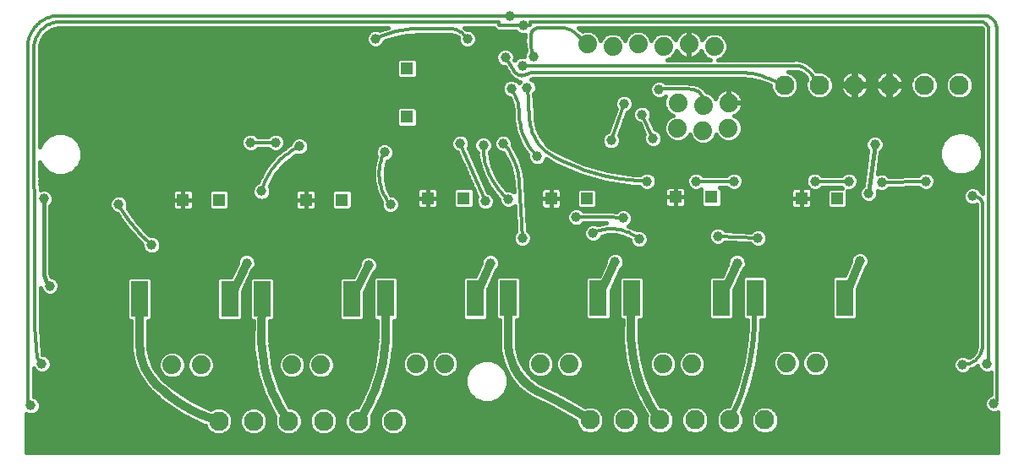
<source format=gbl>
G75*
G70*
%OFA0B0*%
%FSLAX24Y24*%
%IPPOS*%
%LPD*%
%AMOC8*
5,1,8,0,0,1.08239X$1,22.5*
%
%ADD10R,0.0669X0.1417*%
%ADD11R,0.0476X0.0476*%
%ADD12C,0.0768*%
%ADD13C,0.0740*%
%ADD14C,0.0160*%
%ADD15C,0.0396*%
%ADD16C,0.0709*%
%ADD17C,0.0320*%
%ADD18C,0.0197*%
%ADD19C,0.0120*%
D10*
X018830Y020945D03*
X022374Y020945D03*
X023649Y020945D03*
X027193Y020945D03*
X028508Y020972D03*
X032051Y020972D03*
X033358Y020980D03*
X036901Y020980D03*
X038212Y020980D03*
X041756Y020980D03*
X043074Y020996D03*
X046618Y020996D03*
D11*
X046323Y024917D03*
X044905Y024917D03*
X041366Y024964D03*
X039949Y024964D03*
X036456Y024913D03*
X035039Y024913D03*
X031598Y024929D03*
X030181Y024929D03*
X026799Y024862D03*
X025382Y024862D03*
X021949Y024862D03*
X020531Y024862D03*
X029366Y028130D03*
X029366Y030051D03*
D12*
X044244Y029386D03*
X045622Y029386D03*
X047000Y029386D03*
X048378Y029386D03*
X049756Y029386D03*
X051134Y029386D03*
X043468Y016165D03*
X042090Y016165D03*
X040712Y016165D03*
X039334Y016165D03*
X037956Y016165D03*
X036578Y016165D03*
X028826Y016126D03*
X027449Y016126D03*
X026071Y016126D03*
X024693Y016126D03*
X023315Y016126D03*
X021937Y016126D03*
D13*
X021239Y018338D03*
X020099Y018338D03*
X024827Y018338D03*
X025967Y018338D03*
X029721Y018389D03*
X030861Y018389D03*
X034627Y018374D03*
X035767Y018374D03*
X039453Y018374D03*
X040593Y018374D03*
X044335Y018413D03*
X045475Y018413D03*
X042031Y027691D03*
X041031Y027591D03*
X040031Y027691D03*
X040039Y028695D03*
X041039Y028595D03*
X042039Y028695D03*
X041472Y030908D03*
X040472Y031008D03*
X039472Y030908D03*
X038472Y031008D03*
X037472Y030908D03*
X036472Y031008D03*
D14*
X014361Y016406D02*
X014361Y014865D01*
X052662Y014865D01*
X052662Y016484D01*
X052561Y016443D01*
X052415Y016443D01*
X052279Y016499D01*
X052176Y016602D01*
X052120Y016737D01*
X052120Y016884D01*
X052176Y017019D01*
X052279Y017123D01*
X052376Y017163D01*
X052376Y018055D01*
X052286Y018017D01*
X052139Y018017D01*
X052004Y018073D01*
X051900Y018177D01*
X051851Y018297D01*
X051764Y018228D01*
X051593Y018169D01*
X051579Y018138D01*
X051476Y018034D01*
X051341Y017978D01*
X051194Y017978D01*
X051059Y018034D01*
X050955Y018138D01*
X050899Y018273D01*
X050899Y018419D01*
X050955Y018555D01*
X051059Y018658D01*
X051194Y018714D01*
X051341Y018714D01*
X051476Y018658D01*
X051501Y018633D01*
X051536Y018645D01*
X051682Y018760D01*
X051783Y018916D01*
X051827Y019097D01*
X051827Y019115D01*
X051825Y019117D01*
X051825Y019202D01*
X051817Y019285D01*
X051825Y019295D01*
X051825Y024550D01*
X051825Y024613D01*
X051825Y024645D01*
X051822Y024668D01*
X051734Y024632D01*
X051588Y024632D01*
X051453Y024688D01*
X051349Y024791D01*
X051293Y024926D01*
X051293Y025073D01*
X051349Y025208D01*
X051453Y025312D01*
X051588Y025368D01*
X051734Y025368D01*
X051870Y025312D01*
X051973Y025208D01*
X051990Y025167D01*
X051998Y025164D01*
X051998Y025164D01*
X052061Y025108D01*
X052061Y031455D01*
X052052Y031466D01*
X052061Y031548D01*
X052061Y031584D01*
X052051Y031614D01*
X052027Y031642D01*
X051993Y031657D01*
X051975Y031659D01*
X036108Y031659D01*
X036118Y031650D01*
X036118Y031650D01*
X036271Y031509D01*
X036365Y031548D01*
X036580Y031548D01*
X036778Y031465D01*
X036930Y031313D01*
X036993Y031161D01*
X037014Y031213D01*
X037166Y031365D01*
X037365Y031448D01*
X037580Y031448D01*
X037778Y031365D01*
X037930Y031213D01*
X037951Y031161D01*
X038014Y031313D01*
X038166Y031465D01*
X038365Y031548D01*
X038580Y031548D01*
X038778Y031465D01*
X038930Y031313D01*
X038993Y031161D01*
X039014Y031213D01*
X039166Y031365D01*
X039365Y031448D01*
X039580Y031448D01*
X039778Y031365D01*
X039930Y031213D01*
X039946Y031174D01*
X040006Y031319D01*
X040161Y031474D01*
X040363Y031558D01*
X040452Y031558D01*
X040452Y031028D01*
X040492Y031028D01*
X040492Y031558D01*
X040582Y031558D01*
X040784Y031474D01*
X040938Y031319D01*
X040998Y031174D01*
X041014Y031213D01*
X041166Y031365D01*
X041365Y031448D01*
X041580Y031448D01*
X041778Y031365D01*
X041930Y031213D01*
X042012Y031015D01*
X042012Y030800D01*
X041930Y030602D01*
X041778Y030450D01*
X041627Y030387D01*
X044564Y030387D01*
X044728Y030403D01*
X045070Y030317D01*
X045363Y030121D01*
X045363Y030121D01*
X045363Y030121D01*
X045411Y030056D01*
X045411Y030056D01*
X045500Y029935D01*
X045512Y029940D01*
X045732Y029940D01*
X045935Y029856D01*
X046091Y029700D01*
X046176Y029496D01*
X046176Y029276D01*
X046091Y029073D01*
X045935Y028917D01*
X045732Y028832D01*
X045512Y028832D01*
X045308Y028917D01*
X045152Y029073D01*
X045068Y029276D01*
X045068Y029496D01*
X045134Y029657D01*
X045098Y029705D01*
X045035Y029777D01*
X044877Y029883D01*
X044877Y029883D01*
X044692Y029929D01*
X044671Y029929D01*
X044670Y029927D01*
X044586Y029927D01*
X044502Y029919D01*
X044492Y029927D01*
X044385Y029927D01*
X044557Y029856D01*
X044713Y029700D01*
X044798Y029496D01*
X044798Y029276D01*
X044713Y029073D01*
X044557Y028917D01*
X044354Y028832D01*
X044134Y028832D01*
X043930Y028917D01*
X043774Y029073D01*
X043690Y029276D01*
X043690Y029370D01*
X043540Y029434D01*
X043343Y029508D01*
X042934Y029612D01*
X042514Y029654D01*
X042388Y029653D01*
X042386Y029652D01*
X042297Y029652D01*
X042207Y029647D01*
X042202Y029652D01*
X034473Y029652D01*
X034443Y029652D01*
X034378Y029652D01*
X034324Y029648D01*
X034247Y029629D01*
X034311Y029603D01*
X034414Y029500D01*
X034470Y029364D01*
X034470Y029218D01*
X034414Y029082D01*
X034366Y029035D01*
X034401Y028758D01*
X034401Y028758D01*
X034409Y028288D01*
X034409Y028288D01*
X034411Y028192D01*
X034422Y028017D01*
X034498Y027673D01*
X034641Y027352D01*
X034845Y027066D01*
X034953Y026955D01*
X035377Y026709D01*
X036315Y026288D01*
X037300Y025998D01*
X038316Y025845D01*
X038549Y025833D01*
X038618Y025902D01*
X038753Y025958D01*
X038900Y025958D01*
X039035Y025902D01*
X039139Y025799D01*
X039195Y025663D01*
X039195Y025517D01*
X039139Y025382D01*
X039035Y025278D01*
X038900Y025222D01*
X038753Y025222D01*
X038618Y025278D01*
X038532Y025364D01*
X038277Y025368D01*
X038277Y025368D01*
X037197Y025530D01*
X037197Y025530D01*
X036149Y025839D01*
X036149Y025839D01*
X035152Y026287D01*
X035152Y026287D01*
X034853Y026474D01*
X034808Y026366D01*
X034704Y026262D01*
X034569Y026206D01*
X034422Y026206D01*
X034287Y026262D01*
X034184Y026366D01*
X034128Y026501D01*
X034128Y026630D01*
X033864Y027025D01*
X033664Y027501D01*
X033560Y028007D01*
X033560Y028007D01*
X033557Y028265D01*
X033557Y028266D01*
X033548Y028416D01*
X033485Y028713D01*
X033411Y028884D01*
X033399Y028884D01*
X033264Y028940D01*
X033160Y029043D01*
X033104Y029178D01*
X033104Y029325D01*
X033160Y029460D01*
X033264Y029564D01*
X033399Y029620D01*
X033545Y029620D01*
X033681Y029564D01*
X033777Y029468D01*
X033790Y029500D01*
X033818Y029527D01*
X033789Y029526D01*
X033789Y029526D01*
X033544Y029630D01*
X033544Y029630D01*
X033506Y029674D01*
X033486Y029678D01*
X033445Y029744D01*
X033394Y029801D01*
X033395Y029820D01*
X033245Y030052D01*
X033209Y030104D01*
X033163Y030104D01*
X033027Y030160D01*
X032924Y030264D01*
X032868Y030399D01*
X032868Y030545D01*
X032924Y030681D01*
X033027Y030784D01*
X033163Y030840D01*
X033309Y030840D01*
X033444Y030784D01*
X033548Y030681D01*
X033604Y030545D01*
X033604Y030399D01*
X033591Y030367D01*
X033593Y030364D01*
X033593Y030366D01*
X033697Y030469D01*
X033832Y030525D01*
X033970Y030525D01*
X033970Y030585D01*
X034026Y030720D01*
X034038Y030732D01*
X033999Y031164D01*
X033999Y031164D01*
X034019Y031314D01*
X034019Y031314D01*
X034026Y031367D01*
X034018Y031364D01*
X033871Y031364D01*
X033736Y031420D01*
X033654Y031502D01*
X032904Y031502D01*
X032770Y031637D01*
X032770Y031659D01*
X031635Y031659D01*
X031724Y031588D01*
X031813Y031588D01*
X031948Y031532D01*
X032052Y031429D01*
X032108Y031293D01*
X032108Y031147D01*
X032052Y031012D01*
X031948Y030908D01*
X031813Y030852D01*
X031667Y030852D01*
X031531Y030908D01*
X031428Y031012D01*
X031372Y031147D01*
X031372Y031270D01*
X031325Y031308D01*
X031133Y031375D01*
X031031Y031384D01*
X031026Y031384D01*
X030936Y031384D01*
X030292Y031384D01*
X030287Y031379D01*
X030199Y031384D01*
X030109Y031384D01*
X030107Y031386D01*
X029853Y031389D01*
X029180Y031318D01*
X028527Y031139D01*
X028474Y031117D01*
X028430Y031012D01*
X028326Y030908D01*
X028191Y030852D01*
X028045Y030852D01*
X027909Y030908D01*
X027806Y031012D01*
X027750Y031147D01*
X027750Y031293D01*
X027806Y031429D01*
X027909Y031532D01*
X028045Y031588D01*
X028191Y031588D01*
X028285Y031549D01*
X028365Y031586D01*
X028365Y031586D01*
X028634Y031659D01*
X015846Y031659D01*
X015842Y031656D01*
X015751Y031659D01*
X015743Y031659D01*
X015610Y031654D01*
X015348Y031575D01*
X015126Y031416D01*
X014967Y031194D01*
X014889Y030933D01*
X014883Y030798D01*
X014883Y030793D01*
X014887Y030701D01*
X014884Y030697D01*
X014897Y026960D01*
X014972Y027142D01*
X014972Y027142D01*
X015211Y027381D01*
X015211Y027381D01*
X015524Y027510D01*
X015524Y027510D01*
X015643Y027510D01*
X015643Y027510D01*
X015692Y027510D01*
X015693Y027510D01*
X015742Y027510D01*
X015742Y027510D01*
X015862Y027510D01*
X015862Y027510D01*
X016174Y027381D01*
X016174Y027381D01*
X016413Y027142D01*
X016413Y027142D01*
X016543Y026829D01*
X016543Y026829D01*
X016543Y026491D01*
X016543Y026491D01*
X016413Y026179D01*
X016413Y026179D01*
X016174Y025940D01*
X016174Y025940D01*
X015862Y025810D01*
X015862Y025810D01*
X015742Y025810D01*
X015742Y025810D01*
X015712Y025810D01*
X015693Y025810D01*
X015643Y025810D01*
X015643Y025810D01*
X015524Y025810D01*
X015524Y025810D01*
X015211Y025940D01*
X015211Y025940D01*
X014972Y026179D01*
X014972Y026179D01*
X014899Y026355D01*
X014903Y025235D01*
X014974Y025265D01*
X015120Y025265D01*
X015255Y025209D01*
X015359Y025105D01*
X015415Y024970D01*
X015415Y024823D01*
X015359Y024688D01*
X015297Y024626D01*
X015297Y022127D01*
X015300Y022119D01*
X015297Y022078D01*
X015297Y022037D01*
X015296Y022035D01*
X015297Y021989D01*
X015331Y021834D01*
X015336Y021824D01*
X015356Y021824D01*
X015492Y021768D01*
X015595Y021665D01*
X015651Y021530D01*
X015651Y021383D01*
X015595Y021248D01*
X015492Y021144D01*
X015356Y021088D01*
X015210Y021088D01*
X015075Y021144D01*
X014971Y021248D01*
X014917Y021378D01*
X014923Y019850D01*
X014993Y018754D01*
X015041Y018754D01*
X015177Y018698D01*
X015280Y018594D01*
X015336Y018459D01*
X015336Y018312D01*
X015280Y018177D01*
X015177Y018073D01*
X015041Y018017D01*
X014895Y018017D01*
X014760Y018073D01*
X014656Y018177D01*
X014647Y018199D01*
X014647Y017084D01*
X014744Y017044D01*
X014847Y016940D01*
X014903Y016805D01*
X014903Y016659D01*
X014847Y016523D01*
X014744Y016420D01*
X014608Y016364D01*
X014462Y016364D01*
X014361Y016406D01*
X014361Y016270D02*
X020708Y016270D01*
X020479Y016380D02*
X021369Y015952D01*
X021415Y015938D01*
X021467Y015812D01*
X021623Y015656D01*
X021826Y015572D01*
X022047Y015572D01*
X022250Y015656D01*
X022406Y015812D01*
X022491Y016015D01*
X022491Y016236D01*
X022406Y016439D01*
X022250Y016595D01*
X022047Y016679D01*
X021826Y016679D01*
X021623Y016595D01*
X021614Y016586D01*
X020820Y016967D01*
X020094Y017468D01*
X019762Y017759D01*
X019626Y017902D01*
X019400Y018226D01*
X019245Y018588D01*
X019166Y018975D01*
X019156Y019172D01*
X019157Y019238D01*
X019158Y020066D01*
X019235Y020066D01*
X019335Y020165D01*
X019335Y021724D01*
X019235Y021823D01*
X018425Y021823D01*
X018326Y021724D01*
X018326Y020165D01*
X018425Y020066D01*
X018498Y020066D01*
X018496Y019108D01*
X018496Y019108D01*
X018496Y018908D01*
X018602Y018387D01*
X018811Y017899D01*
X018811Y017899D01*
X019115Y017463D01*
X019260Y017325D01*
X019308Y017280D01*
X019309Y017279D01*
X019356Y017235D01*
X019666Y016940D01*
X019666Y016940D01*
X020479Y016380D01*
X020479Y016380D01*
X020408Y016429D02*
X014752Y016429D01*
X014874Y016587D02*
X020178Y016587D01*
X019948Y016746D02*
X014903Y016746D01*
X014862Y016904D02*
X019718Y016904D01*
X019537Y017063D02*
X014698Y017063D01*
X014647Y017221D02*
X019370Y017221D01*
X019356Y017235D02*
X019356Y017235D01*
X019260Y017325D02*
X019260Y017325D01*
X019203Y017380D02*
X014647Y017380D01*
X014647Y017539D02*
X019062Y017539D01*
X019115Y017463D02*
X019115Y017463D01*
X018952Y017697D02*
X014647Y017697D01*
X014647Y017856D02*
X018842Y017856D01*
X018762Y018014D02*
X014647Y018014D01*
X014647Y018173D02*
X014660Y018173D01*
X015276Y018173D02*
X018694Y018173D01*
X018626Y018331D02*
X015336Y018331D01*
X015323Y018490D02*
X018581Y018490D01*
X018602Y018387D02*
X018602Y018387D01*
X018549Y018648D02*
X015226Y018648D01*
X014990Y018807D02*
X018516Y018807D01*
X018496Y018908D02*
X018496Y018908D01*
X018496Y018965D02*
X014980Y018965D01*
X014969Y019124D02*
X018496Y019124D01*
X018497Y019282D02*
X014959Y019282D01*
X014949Y019441D02*
X018497Y019441D01*
X018497Y019600D02*
X014939Y019600D01*
X014928Y019758D02*
X018498Y019758D01*
X018498Y019917D02*
X014922Y019917D01*
X014922Y020075D02*
X018416Y020075D01*
X018326Y020234D02*
X014921Y020234D01*
X014921Y020392D02*
X018326Y020392D01*
X018326Y020551D02*
X014920Y020551D01*
X014919Y020709D02*
X018326Y020709D01*
X018326Y020868D02*
X014919Y020868D01*
X014918Y021026D02*
X018326Y021026D01*
X018326Y021185D02*
X015532Y021185D01*
X015635Y021344D02*
X018326Y021344D01*
X018326Y021502D02*
X015651Y021502D01*
X015597Y021661D02*
X018326Y021661D01*
X018421Y021819D02*
X015369Y021819D01*
X015299Y021978D02*
X022494Y021978D01*
X022422Y021823D02*
X022671Y022354D01*
X022671Y022435D01*
X022727Y022570D01*
X022831Y022674D01*
X022966Y022730D01*
X023112Y022730D01*
X023248Y022674D01*
X023351Y022570D01*
X023407Y022435D01*
X023407Y022289D01*
X023351Y022153D01*
X023265Y022068D01*
X022878Y021243D01*
X022878Y020165D01*
X022779Y020066D01*
X021969Y020066D01*
X021869Y020165D01*
X021869Y021724D01*
X021969Y021823D01*
X022422Y021823D01*
X022569Y022136D02*
X015297Y022136D01*
X015297Y022295D02*
X022643Y022295D01*
X022679Y022453D02*
X015297Y022453D01*
X015297Y022612D02*
X022768Y022612D01*
X023310Y022612D02*
X027674Y022612D01*
X027634Y022595D02*
X027530Y022492D01*
X027474Y022356D01*
X027474Y022280D01*
X027252Y021823D01*
X026788Y021823D01*
X026688Y021724D01*
X026688Y020165D01*
X026788Y020066D01*
X027598Y020066D01*
X027697Y020165D01*
X027697Y021229D01*
X028064Y021984D01*
X028154Y022075D01*
X028210Y022210D01*
X028210Y022356D01*
X028154Y022492D01*
X028051Y022595D01*
X027915Y022651D01*
X027769Y022651D01*
X027634Y022595D01*
X027514Y022453D02*
X023400Y022453D01*
X023407Y022295D02*
X027474Y022295D01*
X027404Y022136D02*
X023334Y022136D01*
X023223Y021978D02*
X027327Y021978D01*
X026784Y021819D02*
X024058Y021819D01*
X024054Y021823D02*
X023244Y021823D01*
X023145Y021724D01*
X023145Y020165D01*
X023244Y020066D01*
X023307Y020066D01*
X023301Y019558D01*
X023301Y019558D01*
X023300Y019551D01*
X023299Y019427D01*
X023293Y019017D01*
X023432Y018075D01*
X023719Y017168D01*
X024146Y016318D01*
X024163Y016295D01*
X024139Y016236D01*
X024139Y016015D01*
X024223Y015812D01*
X024379Y015656D01*
X024582Y015572D01*
X024803Y015572D01*
X025006Y015656D01*
X025162Y015812D01*
X025246Y016015D01*
X025246Y016236D01*
X025162Y016439D01*
X025006Y016595D01*
X024803Y016679D01*
X024722Y016679D01*
X024348Y017424D01*
X024094Y018228D01*
X023971Y019062D01*
X023960Y019483D01*
X023967Y020066D01*
X024054Y020066D01*
X024154Y020165D01*
X024154Y021724D01*
X024054Y021823D01*
X024154Y021661D02*
X026688Y021661D01*
X026688Y021502D02*
X024154Y021502D01*
X024154Y021344D02*
X026688Y021344D01*
X026688Y021185D02*
X024154Y021185D01*
X024154Y021026D02*
X026688Y021026D01*
X026688Y020868D02*
X024154Y020868D01*
X024154Y020709D02*
X026688Y020709D01*
X026688Y020551D02*
X024154Y020551D01*
X024154Y020392D02*
X026688Y020392D01*
X026688Y020234D02*
X024154Y020234D01*
X024064Y020075D02*
X026778Y020075D01*
X027607Y020075D02*
X028180Y020075D01*
X028180Y020093D02*
X028181Y019631D01*
X028181Y019571D01*
X028181Y019566D01*
X028166Y019134D01*
X028039Y018280D01*
X028039Y018280D01*
X027784Y017455D01*
X027409Y016679D01*
X027338Y016679D01*
X027135Y016595D01*
X026979Y016439D01*
X026895Y016236D01*
X026895Y016015D01*
X026979Y015812D01*
X027135Y015656D01*
X027338Y015572D01*
X027559Y015572D01*
X027762Y015656D01*
X027918Y015812D01*
X028002Y016015D01*
X028002Y016236D01*
X027973Y016306D01*
X027994Y016337D01*
X028415Y017206D01*
X028700Y018129D01*
X028843Y019085D01*
X028842Y019502D01*
X028840Y020093D01*
X028913Y020093D01*
X029012Y020193D01*
X029012Y021751D01*
X028913Y021851D01*
X028102Y021851D01*
X028003Y021751D01*
X028003Y020193D01*
X028102Y020093D01*
X028180Y020093D01*
X028181Y019917D02*
X023965Y019917D01*
X023963Y019758D02*
X028181Y019758D01*
X028181Y019631D02*
X028181Y019631D01*
X028181Y019600D02*
X023961Y019600D01*
X023961Y019441D02*
X028177Y019441D01*
X028172Y019282D02*
X023965Y019282D01*
X023969Y019124D02*
X028165Y019124D01*
X028141Y018965D02*
X023985Y018965D01*
X024008Y018807D02*
X024548Y018807D01*
X024521Y018796D02*
X024370Y018644D01*
X024287Y018446D01*
X024287Y018231D01*
X024370Y018032D01*
X024521Y017880D01*
X024720Y017798D01*
X024935Y017798D01*
X025133Y017880D01*
X025285Y018032D01*
X025367Y018231D01*
X025367Y018446D01*
X025285Y018644D01*
X025133Y018796D01*
X024935Y018878D01*
X024720Y018878D01*
X024521Y018796D01*
X024374Y018648D02*
X024032Y018648D01*
X024055Y018490D02*
X024306Y018490D01*
X024287Y018331D02*
X024078Y018331D01*
X024111Y018173D02*
X024311Y018173D01*
X024388Y018014D02*
X024161Y018014D01*
X024211Y017856D02*
X024581Y017856D01*
X024261Y017697D02*
X027859Y017697D01*
X027908Y017856D02*
X026213Y017856D01*
X026273Y017880D02*
X026425Y018032D01*
X026507Y018231D01*
X026507Y018446D01*
X026425Y018644D01*
X026273Y018796D01*
X026075Y018878D01*
X025860Y018878D01*
X025661Y018796D01*
X025510Y018644D01*
X025427Y018446D01*
X025427Y018231D01*
X025510Y018032D01*
X025661Y017880D01*
X025860Y017798D01*
X026075Y017798D01*
X026273Y017880D01*
X026407Y018014D02*
X027957Y018014D01*
X028006Y018173D02*
X026483Y018173D01*
X026507Y018331D02*
X028046Y018331D01*
X028070Y018490D02*
X026489Y018490D01*
X026421Y018648D02*
X028094Y018648D01*
X028118Y018807D02*
X026247Y018807D01*
X025688Y018807D02*
X025107Y018807D01*
X025281Y018648D02*
X025514Y018648D01*
X025446Y018490D02*
X025349Y018490D01*
X025367Y018331D02*
X025427Y018331D01*
X025451Y018173D02*
X025343Y018173D01*
X025267Y018014D02*
X025528Y018014D01*
X025721Y017856D02*
X025073Y017856D01*
X024311Y017539D02*
X027810Y017539D01*
X027748Y017380D02*
X024370Y017380D01*
X024450Y017221D02*
X027671Y017221D01*
X027594Y017063D02*
X024529Y017063D01*
X024609Y016904D02*
X027517Y016904D01*
X027441Y016746D02*
X024689Y016746D01*
X025014Y016587D02*
X025749Y016587D01*
X025757Y016595D02*
X025601Y016439D01*
X025517Y016236D01*
X025517Y016015D01*
X025601Y015812D01*
X025757Y015656D01*
X025960Y015572D01*
X026181Y015572D01*
X026384Y015656D01*
X026540Y015812D01*
X026624Y016015D01*
X026624Y016236D01*
X026540Y016439D01*
X026384Y016595D01*
X026181Y016679D01*
X025960Y016679D01*
X025757Y016595D01*
X025597Y016429D02*
X025167Y016429D01*
X025232Y016270D02*
X025531Y016270D01*
X025517Y016112D02*
X025246Y016112D01*
X025221Y015953D02*
X025543Y015953D01*
X025618Y015795D02*
X025145Y015795D01*
X024958Y015636D02*
X025805Y015636D01*
X026336Y015636D02*
X027183Y015636D01*
X026996Y015795D02*
X026523Y015795D01*
X026599Y015953D02*
X026920Y015953D01*
X026895Y016112D02*
X026624Y016112D01*
X026610Y016270D02*
X026909Y016270D01*
X026975Y016429D02*
X026544Y016429D01*
X026392Y016587D02*
X027127Y016587D01*
X027994Y016337D02*
X027994Y016337D01*
X027988Y016270D02*
X028287Y016270D01*
X028273Y016236D02*
X028273Y016015D01*
X028357Y015812D01*
X028513Y015656D01*
X028716Y015572D01*
X028937Y015572D01*
X029140Y015656D01*
X029296Y015812D01*
X029380Y016015D01*
X029380Y016236D01*
X029296Y016439D01*
X029140Y016595D01*
X028937Y016679D01*
X028716Y016679D01*
X028513Y016595D01*
X028357Y016439D01*
X028273Y016236D01*
X028273Y016112D02*
X028002Y016112D01*
X027976Y015953D02*
X028298Y015953D01*
X028374Y015795D02*
X027901Y015795D01*
X027714Y015636D02*
X028561Y015636D01*
X029091Y015636D02*
X036408Y015636D01*
X036468Y015611D02*
X036689Y015611D01*
X036892Y015696D01*
X037048Y015851D01*
X037132Y016055D01*
X037132Y016275D01*
X037048Y016479D01*
X036892Y016635D01*
X036689Y016719D01*
X036468Y016719D01*
X036384Y016684D01*
X036277Y016753D01*
X035272Y017305D01*
X034811Y017516D01*
X034811Y017516D01*
X034762Y017539D01*
X034751Y017544D01*
X034567Y017642D01*
X034236Y017897D01*
X033973Y018221D01*
X033789Y018596D01*
X033695Y019003D01*
X033684Y019212D01*
X033684Y019277D01*
X033686Y020101D01*
X033763Y020101D01*
X033863Y020201D01*
X033863Y021759D01*
X033763Y021859D01*
X032953Y021859D01*
X032853Y021759D01*
X032853Y020201D01*
X032953Y020101D01*
X033026Y020101D01*
X033024Y019147D01*
X033023Y018927D01*
X033152Y018370D01*
X033403Y017856D01*
X033764Y017413D01*
X034216Y017063D01*
X034216Y017063D01*
X034417Y016971D01*
X034476Y016944D01*
X034971Y016706D01*
X035933Y016178D01*
X036025Y016121D01*
X036025Y016055D01*
X036109Y015851D01*
X036265Y015696D01*
X036468Y015611D01*
X036748Y015636D02*
X037786Y015636D01*
X037846Y015611D02*
X038067Y015611D01*
X038270Y015696D01*
X038426Y015851D01*
X038510Y016055D01*
X038510Y016275D01*
X038426Y016479D01*
X038270Y016635D01*
X038067Y016719D01*
X037846Y016719D01*
X037643Y016635D01*
X037487Y016479D01*
X037403Y016275D01*
X037403Y016055D01*
X037487Y015851D01*
X037643Y015696D01*
X037846Y015611D01*
X038126Y015636D02*
X039164Y015636D01*
X039224Y015611D02*
X039444Y015611D01*
X039648Y015696D01*
X039804Y015851D01*
X039888Y016055D01*
X039888Y016275D01*
X039804Y016479D01*
X039648Y016635D01*
X039444Y016719D01*
X039358Y016719D01*
X039053Y017262D01*
X038791Y017914D01*
X038617Y018594D01*
X038534Y019290D01*
X038526Y019641D01*
X038532Y020101D01*
X038617Y020101D01*
X038717Y020201D01*
X038717Y021759D01*
X038617Y021859D01*
X037807Y021859D01*
X037708Y021759D01*
X037708Y020201D01*
X037807Y020101D01*
X037872Y020101D01*
X037867Y019715D01*
X037867Y019685D01*
X037866Y019584D01*
X037862Y019254D01*
X037956Y018470D01*
X037956Y018470D01*
X038152Y017705D01*
X038446Y016971D01*
X038805Y016334D01*
X038780Y016275D01*
X038780Y016055D01*
X038865Y015851D01*
X039021Y015696D01*
X039224Y015611D01*
X039504Y015636D02*
X040542Y015636D01*
X040602Y015611D02*
X040822Y015611D01*
X041026Y015696D01*
X041182Y015851D01*
X041266Y016055D01*
X041266Y016275D01*
X041182Y016479D01*
X041026Y016635D01*
X040822Y016719D01*
X040602Y016719D01*
X040399Y016635D01*
X040243Y016479D01*
X040158Y016275D01*
X040158Y016055D01*
X040243Y015851D01*
X040399Y015696D01*
X040602Y015611D01*
X040882Y015636D02*
X041920Y015636D01*
X041980Y015611D02*
X042200Y015611D01*
X042404Y015696D01*
X042560Y015851D01*
X042644Y016055D01*
X042644Y016275D01*
X042560Y016479D01*
X042555Y016483D01*
X042906Y017405D01*
X042906Y017405D01*
X043153Y018362D01*
X043292Y019340D01*
X043292Y019340D01*
X043306Y019781D01*
X043316Y020117D01*
X043480Y020117D01*
X043579Y020217D01*
X043579Y021775D01*
X043480Y021874D01*
X042669Y021874D01*
X042570Y021775D01*
X042570Y020217D01*
X042669Y020117D01*
X042779Y020117D01*
X042772Y019904D01*
X042771Y019850D01*
X042744Y019388D01*
X042613Y018470D01*
X042381Y017572D01*
X042057Y016719D01*
X041980Y016719D01*
X041776Y016635D01*
X041621Y016479D01*
X041536Y016275D01*
X041536Y016055D01*
X041621Y015851D01*
X041776Y015696D01*
X041980Y015611D01*
X042260Y015636D02*
X043298Y015636D01*
X043358Y015611D02*
X043578Y015611D01*
X043782Y015696D01*
X043938Y015851D01*
X044022Y016055D01*
X044022Y016275D01*
X043938Y016479D01*
X043782Y016635D01*
X043578Y016719D01*
X043358Y016719D01*
X043154Y016635D01*
X042999Y016479D01*
X042914Y016275D01*
X042914Y016055D01*
X042999Y015851D01*
X043154Y015696D01*
X043358Y015611D01*
X043638Y015636D02*
X052662Y015636D01*
X052662Y015795D02*
X043881Y015795D01*
X043980Y015953D02*
X052662Y015953D01*
X052662Y016112D02*
X044022Y016112D01*
X044022Y016270D02*
X052662Y016270D01*
X052662Y016429D02*
X043958Y016429D01*
X043829Y016587D02*
X052191Y016587D01*
X052120Y016746D02*
X042655Y016746D01*
X042715Y016904D02*
X052128Y016904D01*
X052219Y017063D02*
X042776Y017063D01*
X042836Y017221D02*
X052376Y017221D01*
X052376Y017380D02*
X042896Y017380D01*
X042940Y017539D02*
X052376Y017539D01*
X052376Y017697D02*
X042981Y017697D01*
X043022Y017856D02*
X052376Y017856D01*
X052376Y018014D02*
X051428Y018014D01*
X051602Y018173D02*
X051904Y018173D01*
X051541Y018648D02*
X051486Y018648D01*
X051713Y018807D02*
X045845Y018807D01*
X045781Y018871D02*
X045583Y018953D01*
X045368Y018953D01*
X045169Y018871D01*
X045017Y018719D01*
X044935Y018520D01*
X044935Y018306D01*
X045017Y018107D01*
X045169Y017955D01*
X045368Y017873D01*
X045583Y017873D01*
X045781Y017955D01*
X045933Y018107D01*
X046015Y018306D01*
X046015Y018520D01*
X045933Y018719D01*
X045781Y018871D01*
X045962Y018648D02*
X051049Y018648D01*
X050928Y018490D02*
X046015Y018490D01*
X046015Y018331D02*
X050899Y018331D01*
X050941Y018173D02*
X045960Y018173D01*
X045840Y018014D02*
X051107Y018014D01*
X051795Y018965D02*
X043239Y018965D01*
X043216Y018807D02*
X043965Y018807D01*
X044029Y018871D02*
X043877Y018719D01*
X043795Y018520D01*
X043795Y018306D01*
X043877Y018107D01*
X044029Y017955D01*
X044228Y017873D01*
X044443Y017873D01*
X044641Y017955D01*
X044793Y018107D01*
X044875Y018306D01*
X044875Y018520D01*
X044793Y018719D01*
X044641Y018871D01*
X044443Y018953D01*
X044228Y018953D01*
X044029Y018871D01*
X043848Y018648D02*
X043193Y018648D01*
X043171Y018490D02*
X043795Y018490D01*
X043795Y018331D02*
X043145Y018331D01*
X043153Y018362D02*
X043153Y018362D01*
X043104Y018173D02*
X043850Y018173D01*
X043970Y018014D02*
X043063Y018014D01*
X042536Y018173D02*
X041094Y018173D01*
X041133Y018266D02*
X041051Y018068D01*
X040899Y017916D01*
X040701Y017834D01*
X040486Y017834D01*
X040287Y017916D01*
X040136Y018068D01*
X040053Y018266D01*
X040053Y018481D01*
X040136Y018680D01*
X040287Y018831D01*
X040486Y018914D01*
X040701Y018914D01*
X040899Y018831D01*
X041051Y018680D01*
X041133Y018481D01*
X041133Y018266D01*
X041133Y018331D02*
X042577Y018331D01*
X042616Y018490D02*
X041130Y018490D01*
X041064Y018648D02*
X042638Y018648D01*
X042661Y018807D02*
X040924Y018807D01*
X040263Y018807D02*
X039784Y018807D01*
X039759Y018831D02*
X039561Y018914D01*
X039346Y018914D01*
X039147Y018831D01*
X038996Y018680D01*
X038913Y018481D01*
X038913Y018266D01*
X038996Y018068D01*
X039147Y017916D01*
X039346Y017834D01*
X039561Y017834D01*
X039759Y017916D01*
X039911Y018068D01*
X039993Y018266D01*
X039993Y018481D01*
X039911Y018680D01*
X039759Y018831D01*
X039924Y018648D02*
X040123Y018648D01*
X040057Y018490D02*
X039990Y018490D01*
X039993Y018331D02*
X040053Y018331D01*
X040092Y018173D02*
X039954Y018173D01*
X039857Y018014D02*
X040189Y018014D01*
X040433Y017856D02*
X039614Y017856D01*
X039293Y017856D02*
X038815Y017856D01*
X038766Y018014D02*
X039049Y018014D01*
X038952Y018173D02*
X038725Y018173D01*
X038684Y018331D02*
X038913Y018331D01*
X038917Y018490D02*
X038644Y018490D01*
X038611Y018648D02*
X038983Y018648D01*
X039123Y018807D02*
X038592Y018807D01*
X038573Y018965D02*
X042684Y018965D01*
X042706Y019124D02*
X038554Y019124D01*
X038535Y019282D02*
X042729Y019282D01*
X042747Y019441D02*
X038531Y019441D01*
X038527Y019600D02*
X042756Y019600D01*
X042765Y019758D02*
X038528Y019758D01*
X038530Y019917D02*
X042773Y019917D01*
X042772Y019904D02*
X042772Y019904D01*
X042778Y020075D02*
X038532Y020075D01*
X038717Y020234D02*
X041251Y020234D01*
X041251Y020201D02*
X041351Y020101D01*
X042161Y020101D01*
X042260Y020201D01*
X042260Y021303D01*
X042603Y022075D01*
X042682Y022153D01*
X042738Y022289D01*
X042738Y022435D01*
X042682Y022570D01*
X042578Y022674D01*
X042443Y022730D01*
X042296Y022730D01*
X042161Y022674D01*
X042058Y022570D01*
X042002Y022435D01*
X042002Y022346D01*
X041785Y021859D01*
X041351Y021859D01*
X041251Y021759D01*
X041251Y020201D01*
X041251Y020392D02*
X038717Y020392D01*
X038717Y020551D02*
X041251Y020551D01*
X041251Y020709D02*
X038717Y020709D01*
X038717Y020868D02*
X041251Y020868D01*
X041251Y021026D02*
X038717Y021026D01*
X038717Y021185D02*
X041251Y021185D01*
X041251Y021344D02*
X038717Y021344D01*
X038717Y021502D02*
X041251Y021502D01*
X041251Y021661D02*
X038717Y021661D01*
X038657Y021819D02*
X041311Y021819D01*
X041838Y021978D02*
X037733Y021978D01*
X037793Y022108D02*
X037406Y021280D01*
X037406Y020201D01*
X037306Y020101D01*
X036496Y020101D01*
X036397Y020201D01*
X036397Y021759D01*
X036496Y021859D01*
X036948Y021859D01*
X037199Y022393D01*
X037199Y022474D01*
X037255Y022610D01*
X037358Y022713D01*
X037493Y022769D01*
X037640Y022769D01*
X037775Y022713D01*
X037879Y022610D01*
X037935Y022474D01*
X037935Y022328D01*
X037879Y022193D01*
X037793Y022108D01*
X037822Y022136D02*
X041908Y022136D01*
X041979Y022295D02*
X037921Y022295D01*
X037935Y022453D02*
X042009Y022453D01*
X042099Y022612D02*
X037877Y022612D01*
X038303Y022995D02*
X038438Y022939D01*
X038585Y022939D01*
X038720Y022995D01*
X038824Y023098D01*
X038880Y023234D01*
X038880Y023380D01*
X038824Y023515D01*
X038720Y023619D01*
X038585Y023675D01*
X038438Y023675D01*
X038415Y023665D01*
X038100Y023827D01*
X038096Y023828D01*
X038194Y023925D01*
X038250Y024060D01*
X038250Y024207D01*
X038194Y024342D01*
X038090Y024446D01*
X037955Y024502D01*
X037808Y024502D01*
X037673Y024446D01*
X037611Y024384D01*
X037430Y024397D01*
X036493Y024416D01*
X036313Y024411D01*
X036240Y024485D01*
X036191Y024505D01*
X036765Y024505D01*
X036864Y024605D01*
X036864Y025221D01*
X036765Y025321D01*
X036148Y025321D01*
X036049Y025221D01*
X036049Y024605D01*
X036118Y024535D01*
X036104Y024541D01*
X035958Y024541D01*
X035823Y024485D01*
X035719Y024381D01*
X035663Y024246D01*
X035663Y024100D01*
X035719Y023964D01*
X035823Y023861D01*
X035958Y023805D01*
X036104Y023805D01*
X036240Y023861D01*
X036327Y023948D01*
X036495Y023951D01*
X037210Y023935D01*
X036886Y023864D01*
X036774Y023911D01*
X036627Y023911D01*
X036492Y023855D01*
X036388Y023751D01*
X036332Y023616D01*
X036332Y023470D01*
X036388Y023334D01*
X036492Y023231D01*
X036627Y023175D01*
X036774Y023175D01*
X036909Y023231D01*
X037013Y023334D01*
X037048Y023419D01*
X037279Y023470D01*
X037611Y023465D01*
X037934Y023384D01*
X038143Y023277D01*
X038143Y023234D01*
X038199Y023098D01*
X038303Y022995D01*
X038210Y023088D02*
X034167Y023088D01*
X034217Y023138D02*
X034273Y023273D01*
X034273Y023419D01*
X034217Y023555D01*
X034119Y023653D01*
X034022Y025468D01*
X034017Y025563D01*
X034000Y025872D01*
X033831Y026466D01*
X033534Y027008D01*
X033525Y027018D01*
X033525Y027160D01*
X033469Y027295D01*
X033366Y027398D01*
X033230Y027454D01*
X033084Y027454D01*
X032949Y027398D01*
X032845Y027295D01*
X032789Y027160D01*
X032789Y027013D01*
X032845Y026878D01*
X032949Y026774D01*
X033084Y026718D01*
X033152Y026718D01*
X033389Y026285D01*
X033529Y025793D01*
X033557Y025539D01*
X033577Y025179D01*
X033563Y025194D01*
X033427Y025250D01*
X033295Y025250D01*
X032959Y025685D01*
X032726Y026187D01*
X032611Y026728D01*
X032682Y026799D01*
X032738Y026934D01*
X032738Y027081D01*
X032682Y027216D01*
X032578Y027320D01*
X032443Y027376D01*
X032296Y027376D01*
X032161Y027320D01*
X032058Y027216D01*
X032002Y027081D01*
X032002Y026934D01*
X032058Y026799D01*
X032136Y026721D01*
X032135Y026681D01*
X032273Y026035D01*
X032550Y025436D01*
X032953Y024914D01*
X032986Y024887D01*
X032986Y024808D01*
X033042Y024673D01*
X032793Y024673D01*
X032817Y024730D02*
X032761Y024594D01*
X032657Y024491D01*
X032522Y024435D01*
X032375Y024435D01*
X032240Y024491D01*
X032136Y024594D01*
X032080Y024730D01*
X032080Y024876D01*
X032123Y024978D01*
X031368Y026728D01*
X031256Y026774D01*
X031152Y026878D01*
X031096Y027013D01*
X031096Y027160D01*
X031152Y027295D01*
X031256Y027398D01*
X031391Y027454D01*
X031537Y027454D01*
X031673Y027398D01*
X031776Y027295D01*
X031832Y027160D01*
X031832Y027013D01*
X031790Y026911D01*
X032544Y025162D01*
X032657Y025115D01*
X032761Y025011D01*
X032817Y024876D01*
X032817Y024730D01*
X032817Y024831D02*
X032986Y024831D01*
X032953Y024914D02*
X032953Y024914D01*
X032894Y024990D02*
X032769Y024990D01*
X032772Y025149D02*
X032576Y025149D01*
X032650Y025307D02*
X032482Y025307D01*
X032550Y025436D02*
X032550Y025436D01*
X032536Y025466D02*
X032413Y025466D01*
X032463Y025624D02*
X032345Y025624D01*
X032389Y025783D02*
X032277Y025783D01*
X032316Y025941D02*
X032208Y025941D01*
X032273Y026035D02*
X032273Y026035D01*
X032259Y026100D02*
X032140Y026100D01*
X032072Y026258D02*
X032225Y026258D01*
X032191Y026417D02*
X032003Y026417D01*
X031935Y026575D02*
X032158Y026575D01*
X032123Y026734D02*
X031866Y026734D01*
X031798Y026893D02*
X032019Y026893D01*
X032002Y027051D02*
X031832Y027051D01*
X031812Y027210D02*
X032055Y027210D01*
X032279Y027368D02*
X031703Y027368D01*
X031226Y027368D02*
X024459Y027368D01*
X024493Y027334D02*
X024389Y027438D01*
X024254Y027494D01*
X024108Y027494D01*
X023972Y027438D01*
X023884Y027350D01*
X023689Y027346D01*
X023493Y027350D01*
X023405Y027438D01*
X023270Y027494D01*
X023123Y027494D01*
X022988Y027438D01*
X022884Y027334D01*
X022828Y027199D01*
X022828Y027052D01*
X022884Y026917D01*
X022988Y026814D01*
X023123Y026758D01*
X023270Y026758D01*
X023405Y026814D01*
X023476Y026884D01*
X023689Y026876D01*
X023901Y026884D01*
X023972Y026814D01*
X024108Y026758D01*
X024254Y026758D01*
X024389Y026814D01*
X024493Y026917D01*
X024549Y027052D01*
X024549Y027199D01*
X024493Y027334D01*
X024544Y027210D02*
X024847Y027210D01*
X024814Y027177D02*
X024917Y027280D01*
X025052Y027336D01*
X025199Y027336D01*
X025334Y027280D01*
X025438Y027177D01*
X025494Y027041D01*
X025494Y026895D01*
X025438Y026760D01*
X025334Y026656D01*
X025199Y026600D01*
X025052Y026600D01*
X024983Y026629D01*
X024550Y026295D01*
X024197Y025877D01*
X023943Y025401D01*
X023998Y025270D01*
X023998Y025123D01*
X023942Y024988D01*
X023838Y024884D01*
X023703Y024828D01*
X023556Y024828D01*
X023421Y024884D01*
X023318Y024988D01*
X023261Y025123D01*
X023261Y025270D01*
X023318Y025405D01*
X023421Y025509D01*
X023487Y025536D01*
X023497Y025571D01*
X023497Y025571D01*
X023801Y026144D01*
X024220Y026640D01*
X024220Y026640D01*
X024734Y027036D01*
X024761Y027049D01*
X024814Y027177D01*
X024762Y027051D02*
X024548Y027051D01*
X024547Y026893D02*
X024468Y026893D01*
X024342Y026734D02*
X016543Y026734D01*
X016543Y026575D02*
X024166Y026575D01*
X024032Y026417D02*
X016512Y026417D01*
X016446Y026258D02*
X023898Y026258D01*
X023778Y026100D02*
X016334Y026100D01*
X016176Y025941D02*
X023693Y025941D01*
X023609Y025783D02*
X014901Y025783D01*
X014901Y025941D02*
X015210Y025941D01*
X015211Y025940D02*
X015211Y025940D01*
X015051Y026100D02*
X014900Y026100D01*
X014899Y026258D02*
X014939Y026258D01*
X014902Y025624D02*
X023525Y025624D01*
X023378Y025466D02*
X014902Y025466D01*
X014903Y025307D02*
X023277Y025307D01*
X023261Y025149D02*
X022356Y025149D01*
X022356Y025170D02*
X022257Y025270D01*
X021640Y025270D01*
X021541Y025170D01*
X021541Y024554D01*
X021640Y024454D01*
X022257Y024454D01*
X022356Y024554D01*
X022356Y025170D01*
X022356Y024990D02*
X023317Y024990D01*
X023549Y024831D02*
X022356Y024831D01*
X022356Y024673D02*
X024964Y024673D01*
X024964Y024550D02*
X024964Y024862D01*
X025381Y024862D01*
X025381Y024862D01*
X024964Y024862D01*
X024964Y025174D01*
X025069Y025280D01*
X025381Y025280D01*
X025381Y024862D01*
X025382Y024862D01*
X025799Y024862D01*
X025799Y025174D01*
X025694Y025280D01*
X025382Y025280D01*
X025382Y024862D01*
X025382Y024862D01*
X025799Y024862D01*
X025799Y024550D01*
X025694Y024444D01*
X025382Y024444D01*
X025382Y024861D01*
X025381Y024861D01*
X025381Y024444D01*
X025069Y024444D01*
X024964Y024550D01*
X024999Y024514D02*
X022317Y024514D01*
X021580Y024514D02*
X020914Y024514D01*
X020949Y024550D02*
X020949Y024862D01*
X020949Y025174D01*
X020844Y025280D01*
X020531Y025280D01*
X020219Y025280D01*
X020113Y025174D01*
X020113Y024862D01*
X020531Y024862D01*
X020531Y024862D01*
X020531Y025280D01*
X020531Y024862D01*
X020531Y024862D01*
X020113Y024862D01*
X020113Y024550D01*
X020219Y024444D01*
X020531Y024444D01*
X020531Y024861D01*
X020531Y024861D01*
X020531Y024444D01*
X020844Y024444D01*
X020949Y024550D01*
X020949Y024673D02*
X021541Y024673D01*
X021541Y024831D02*
X020949Y024831D01*
X020949Y024862D02*
X020532Y024862D01*
X020949Y024862D01*
X020949Y024990D02*
X021541Y024990D01*
X021541Y025149D02*
X020949Y025149D01*
X020531Y025149D02*
X020531Y025149D01*
X020531Y024990D02*
X020531Y024990D01*
X020532Y024862D02*
X020532Y024862D01*
X020531Y024831D02*
X020531Y024831D01*
X020531Y024673D02*
X020531Y024673D01*
X020531Y024514D02*
X020531Y024514D01*
X020149Y024514D02*
X018363Y024514D01*
X018369Y024505D02*
X018342Y024550D01*
X018368Y024611D01*
X018368Y024758D01*
X018312Y024893D01*
X018208Y024997D01*
X018073Y025053D01*
X017926Y025053D01*
X017791Y024997D01*
X017688Y024893D01*
X017632Y024758D01*
X017632Y024611D01*
X017688Y024476D01*
X017791Y024373D01*
X017926Y024317D01*
X017936Y024317D01*
X017968Y024257D01*
X018386Y023666D01*
X018874Y023131D01*
X018874Y023131D01*
X018874Y023131D01*
X018931Y023083D01*
X018931Y022997D01*
X018987Y022862D01*
X019090Y022758D01*
X019226Y022702D01*
X019372Y022702D01*
X019507Y022758D01*
X019611Y022862D01*
X019667Y022997D01*
X019667Y023144D01*
X019611Y023279D01*
X019507Y023383D01*
X019372Y023439D01*
X019236Y023439D01*
X019202Y023470D01*
X018753Y023961D01*
X018369Y024505D01*
X018368Y024673D02*
X020113Y024673D01*
X020113Y024831D02*
X018337Y024831D01*
X018215Y024990D02*
X020113Y024990D01*
X020113Y025149D02*
X015315Y025149D01*
X015407Y024990D02*
X017784Y024990D01*
X017662Y024831D02*
X015415Y024831D01*
X015344Y024673D02*
X017632Y024673D01*
X017672Y024514D02*
X015297Y024514D01*
X015297Y024356D02*
X017832Y024356D01*
X017968Y024257D02*
X017968Y024257D01*
X018010Y024197D02*
X015297Y024197D01*
X015297Y024039D02*
X018123Y024039D01*
X018235Y023880D02*
X015297Y023880D01*
X015297Y023722D02*
X018347Y023722D01*
X018386Y023666D02*
X018386Y023666D01*
X018480Y023563D02*
X015297Y023563D01*
X015297Y023405D02*
X018625Y023405D01*
X018770Y023246D02*
X015297Y023246D01*
X015297Y023088D02*
X018925Y023088D01*
X018959Y022929D02*
X015297Y022929D01*
X015297Y022770D02*
X019078Y022770D01*
X019519Y022770D02*
X047047Y022770D01*
X047004Y022753D02*
X046900Y022649D01*
X046844Y022514D01*
X046844Y022413D01*
X046622Y021874D01*
X046213Y021874D01*
X046113Y021775D01*
X046113Y020217D01*
X046213Y020117D01*
X047023Y020117D01*
X047122Y020217D01*
X047122Y021355D01*
X047455Y022162D01*
X047524Y022232D01*
X047580Y022367D01*
X047580Y022514D01*
X047524Y022649D01*
X047421Y022753D01*
X047286Y022809D01*
X047139Y022809D01*
X047004Y022753D01*
X046885Y022612D02*
X042640Y022612D01*
X042730Y022453D02*
X046844Y022453D01*
X046795Y022295D02*
X042738Y022295D01*
X042665Y022136D02*
X046730Y022136D01*
X046665Y021978D02*
X042560Y021978D01*
X042614Y021819D02*
X042490Y021819D01*
X042419Y021661D02*
X042570Y021661D01*
X042570Y021502D02*
X042349Y021502D01*
X042278Y021344D02*
X042570Y021344D01*
X042570Y021185D02*
X042260Y021185D01*
X042260Y021026D02*
X042570Y021026D01*
X042570Y020868D02*
X042260Y020868D01*
X042260Y020709D02*
X042570Y020709D01*
X042570Y020551D02*
X042260Y020551D01*
X042260Y020392D02*
X042570Y020392D01*
X042570Y020234D02*
X042260Y020234D01*
X043315Y020075D02*
X051825Y020075D01*
X051825Y019917D02*
X043310Y019917D01*
X043306Y019781D02*
X043306Y019781D01*
X043305Y019758D02*
X051825Y019758D01*
X051825Y019600D02*
X043300Y019600D01*
X043295Y019441D02*
X051825Y019441D01*
X051817Y019282D02*
X043284Y019282D01*
X043261Y019124D02*
X051825Y019124D01*
X051825Y020234D02*
X047122Y020234D01*
X047122Y020392D02*
X051825Y020392D01*
X051825Y020551D02*
X047122Y020551D01*
X047122Y020709D02*
X051825Y020709D01*
X051825Y020868D02*
X047122Y020868D01*
X047122Y021026D02*
X051825Y021026D01*
X051825Y021185D02*
X047122Y021185D01*
X047122Y021344D02*
X051825Y021344D01*
X051825Y021502D02*
X047183Y021502D01*
X047248Y021661D02*
X051825Y021661D01*
X051825Y021819D02*
X047313Y021819D01*
X047379Y021978D02*
X051825Y021978D01*
X051825Y022136D02*
X047444Y022136D01*
X047550Y022295D02*
X051825Y022295D01*
X051825Y022453D02*
X047580Y022453D01*
X047540Y022612D02*
X051825Y022612D01*
X051825Y022770D02*
X047378Y022770D01*
X046158Y021819D02*
X043535Y021819D01*
X043579Y021661D02*
X046113Y021661D01*
X046113Y021502D02*
X043579Y021502D01*
X043579Y021344D02*
X046113Y021344D01*
X046113Y021185D02*
X043579Y021185D01*
X043579Y021026D02*
X046113Y021026D01*
X046113Y020868D02*
X043579Y020868D01*
X043579Y020709D02*
X046113Y020709D01*
X046113Y020551D02*
X043579Y020551D01*
X043579Y020392D02*
X046113Y020392D01*
X046113Y020234D02*
X043579Y020234D01*
X044705Y018807D02*
X045105Y018807D01*
X044988Y018648D02*
X044822Y018648D01*
X044875Y018490D02*
X044935Y018490D01*
X044935Y018331D02*
X044875Y018331D01*
X044820Y018173D02*
X044990Y018173D01*
X045110Y018014D02*
X044700Y018014D01*
X042495Y018014D02*
X040997Y018014D01*
X040754Y017856D02*
X042454Y017856D01*
X042413Y017697D02*
X038878Y017697D01*
X038942Y017539D02*
X042368Y017539D01*
X042308Y017380D02*
X039005Y017380D01*
X039076Y017221D02*
X042248Y017221D01*
X042188Y017063D02*
X039165Y017063D01*
X039254Y016904D02*
X042127Y016904D01*
X042067Y016746D02*
X039343Y016746D01*
X039695Y016587D02*
X040351Y016587D01*
X040222Y016429D02*
X039825Y016429D01*
X039888Y016270D02*
X040158Y016270D01*
X040158Y016112D02*
X039888Y016112D01*
X039846Y015953D02*
X040201Y015953D01*
X040300Y015795D02*
X039747Y015795D01*
X038922Y015795D02*
X038369Y015795D01*
X038468Y015953D02*
X038823Y015953D01*
X038780Y016112D02*
X038510Y016112D01*
X038510Y016270D02*
X038780Y016270D01*
X038751Y016429D02*
X038447Y016429D01*
X038317Y016587D02*
X038662Y016587D01*
X038573Y016746D02*
X036288Y016746D01*
X036002Y016904D02*
X038484Y016904D01*
X038446Y016971D02*
X038446Y016971D01*
X038409Y017063D02*
X035713Y017063D01*
X035424Y017221D02*
X038346Y017221D01*
X038282Y017380D02*
X035108Y017380D01*
X034763Y017539D02*
X038218Y017539D01*
X038155Y017697D02*
X034495Y017697D01*
X034519Y017834D02*
X034734Y017834D01*
X034932Y017916D01*
X035084Y018068D01*
X035166Y018266D01*
X035166Y018481D01*
X035084Y018680D01*
X034932Y018831D01*
X034734Y018914D01*
X034519Y018914D01*
X034321Y018831D01*
X034169Y018680D01*
X034087Y018481D01*
X034087Y018266D01*
X034169Y018068D01*
X034321Y017916D01*
X034519Y017834D01*
X034466Y017856D02*
X034290Y017856D01*
X034222Y018014D02*
X034141Y018014D01*
X034125Y018173D02*
X034012Y018173D01*
X034087Y018331D02*
X033919Y018331D01*
X033841Y018490D02*
X034090Y018490D01*
X034156Y018648D02*
X033777Y018648D01*
X033741Y018807D02*
X034296Y018807D01*
X033704Y018965D02*
X037897Y018965D01*
X037916Y018807D02*
X036097Y018807D01*
X036072Y018831D02*
X035874Y018914D01*
X035659Y018914D01*
X035461Y018831D01*
X035309Y018680D01*
X035227Y018481D01*
X035227Y018266D01*
X035309Y018068D01*
X035461Y017916D01*
X035659Y017834D01*
X035874Y017834D01*
X036072Y017916D01*
X036224Y018068D01*
X036306Y018266D01*
X036306Y018481D01*
X036224Y018680D01*
X036072Y018831D01*
X036237Y018648D02*
X037935Y018648D01*
X037954Y018490D02*
X036303Y018490D01*
X036306Y018331D02*
X037991Y018331D01*
X038032Y018173D02*
X036268Y018173D01*
X036171Y018014D02*
X038073Y018014D01*
X038113Y017856D02*
X035927Y017856D01*
X035606Y017856D02*
X034787Y017856D01*
X035031Y018014D02*
X035362Y018014D01*
X035265Y018173D02*
X035128Y018173D01*
X035166Y018331D02*
X035227Y018331D01*
X035230Y018490D02*
X035163Y018490D01*
X035097Y018648D02*
X035296Y018648D01*
X035436Y018807D02*
X034957Y018807D01*
X034751Y017544D02*
X034751Y017544D01*
X034417Y016971D02*
X034417Y016971D01*
X034558Y016904D02*
X032810Y016904D01*
X032681Y016851D02*
X032993Y016980D01*
X033232Y017219D01*
X033361Y017531D01*
X033361Y017531D01*
X033361Y017869D01*
X033361Y017870D01*
X033232Y018182D01*
X032993Y018421D01*
X032993Y018421D01*
X032681Y018550D01*
X032681Y018550D01*
X032561Y018550D01*
X032561Y018550D01*
X032511Y018550D01*
X032510Y018550D01*
X032462Y018550D01*
X032342Y018550D01*
X032030Y018421D01*
X031791Y018182D01*
X031791Y018182D01*
X031662Y017870D01*
X031662Y017869D01*
X031662Y017531D01*
X031791Y017219D01*
X032030Y016980D01*
X032342Y016851D01*
X032342Y016851D01*
X032462Y016851D01*
X032462Y016850D01*
X032511Y016850D01*
X032561Y016850D01*
X032561Y016851D02*
X032681Y016851D01*
X032561Y016850D02*
X032561Y016851D01*
X032212Y016904D02*
X028269Y016904D01*
X028192Y016746D02*
X034888Y016746D01*
X035187Y016587D02*
X029148Y016587D01*
X029300Y016429D02*
X035476Y016429D01*
X035765Y016270D02*
X029366Y016270D01*
X029380Y016112D02*
X036025Y016112D01*
X036067Y015953D02*
X029354Y015953D01*
X029279Y015795D02*
X036166Y015795D01*
X036991Y015795D02*
X037544Y015795D01*
X037445Y015953D02*
X037090Y015953D01*
X037132Y016112D02*
X037403Y016112D01*
X037403Y016270D02*
X037132Y016270D01*
X037069Y016429D02*
X037466Y016429D01*
X037595Y016587D02*
X036939Y016587D01*
X038152Y017705D02*
X038152Y017705D01*
X037878Y019124D02*
X033689Y019124D01*
X033684Y019277D02*
X033684Y019277D01*
X033684Y019282D02*
X037862Y019282D01*
X037862Y019254D02*
X037862Y019254D01*
X037864Y019441D02*
X033684Y019441D01*
X033685Y019600D02*
X037866Y019600D01*
X037866Y019584D02*
X037866Y019584D01*
X037867Y019715D02*
X037867Y019715D01*
X037868Y019758D02*
X033685Y019758D01*
X033686Y019917D02*
X037870Y019917D01*
X037872Y020075D02*
X033686Y020075D01*
X033863Y020234D02*
X036397Y020234D01*
X036397Y020392D02*
X033863Y020392D01*
X033863Y020551D02*
X036397Y020551D01*
X036397Y020709D02*
X033863Y020709D01*
X033863Y020868D02*
X036397Y020868D01*
X036397Y021026D02*
X033863Y021026D01*
X033863Y021185D02*
X036397Y021185D01*
X036397Y021344D02*
X033863Y021344D01*
X033863Y021502D02*
X036397Y021502D01*
X036397Y021661D02*
X033863Y021661D01*
X033802Y021819D02*
X036457Y021819D01*
X037004Y021978D02*
X032840Y021978D01*
X032883Y022079D02*
X032957Y022153D01*
X033013Y022289D01*
X033013Y022435D01*
X032957Y022570D01*
X032854Y022674D01*
X032719Y022730D01*
X032572Y022730D01*
X032437Y022674D01*
X032333Y022570D01*
X032277Y022435D01*
X032277Y022340D01*
X032068Y021851D01*
X031646Y021851D01*
X031546Y021751D01*
X031546Y020193D01*
X031646Y020093D01*
X032456Y020093D01*
X032555Y020193D01*
X032555Y021313D01*
X032883Y022079D01*
X032940Y022136D02*
X037078Y022136D01*
X037152Y022295D02*
X033013Y022295D01*
X033006Y022453D02*
X037199Y022453D01*
X037257Y022612D02*
X032916Y022612D01*
X032375Y022612D02*
X028010Y022612D01*
X028170Y022453D02*
X032285Y022453D01*
X032258Y022295D02*
X028210Y022295D01*
X028180Y022136D02*
X032190Y022136D01*
X032122Y021978D02*
X028061Y021978D01*
X028071Y021819D02*
X027984Y021819D01*
X028003Y021661D02*
X027907Y021661D01*
X027830Y021502D02*
X028003Y021502D01*
X028003Y021344D02*
X027753Y021344D01*
X027697Y021185D02*
X028003Y021185D01*
X028003Y021026D02*
X027697Y021026D01*
X027697Y020868D02*
X028003Y020868D01*
X028003Y020709D02*
X027697Y020709D01*
X027697Y020551D02*
X028003Y020551D01*
X028003Y020392D02*
X027697Y020392D01*
X027697Y020234D02*
X028003Y020234D01*
X028840Y020075D02*
X033026Y020075D01*
X033026Y019917D02*
X028841Y019917D01*
X028841Y019758D02*
X033025Y019758D01*
X033025Y019600D02*
X028841Y019600D01*
X028842Y019502D02*
X028842Y019502D01*
X028842Y019441D02*
X033025Y019441D01*
X033024Y019282D02*
X028842Y019282D01*
X028843Y019124D02*
X033024Y019124D01*
X033024Y019147D02*
X033024Y019147D01*
X033024Y018965D02*
X028825Y018965D01*
X028801Y018807D02*
X029375Y018807D01*
X029415Y018847D02*
X029263Y018695D01*
X029181Y018497D01*
X029181Y018282D01*
X029263Y018084D01*
X029415Y017932D01*
X029614Y017849D01*
X029828Y017849D01*
X030027Y017932D01*
X030179Y018084D01*
X030261Y018282D01*
X030261Y018497D01*
X030179Y018695D01*
X030027Y018847D01*
X029828Y018929D01*
X029614Y018929D01*
X029415Y018847D01*
X029244Y018648D02*
X028778Y018648D01*
X028754Y018490D02*
X029181Y018490D01*
X029181Y018331D02*
X028730Y018331D01*
X028706Y018173D02*
X029226Y018173D01*
X029333Y018014D02*
X028664Y018014D01*
X028615Y017856D02*
X029599Y017856D01*
X029843Y017856D02*
X030739Y017856D01*
X030754Y017849D02*
X030968Y017849D01*
X031167Y017932D01*
X031319Y018084D01*
X031401Y018282D01*
X031401Y018497D01*
X031319Y018695D01*
X031167Y018847D01*
X030968Y018929D01*
X030754Y018929D01*
X030555Y018847D01*
X030403Y018695D01*
X030321Y018497D01*
X030321Y018282D01*
X030403Y018084D01*
X030555Y017932D01*
X030754Y017849D01*
X030983Y017856D02*
X031662Y017856D01*
X031662Y017697D02*
X028566Y017697D01*
X028517Y017539D02*
X031662Y017539D01*
X031662Y017531D02*
X031662Y017531D01*
X031724Y017380D02*
X028468Y017380D01*
X028419Y017221D02*
X031790Y017221D01*
X031791Y017219D02*
X031791Y017219D01*
X031947Y017063D02*
X028345Y017063D01*
X028415Y017206D02*
X028415Y017206D01*
X028505Y016587D02*
X028115Y016587D01*
X028038Y016429D02*
X028353Y016429D01*
X030109Y018014D02*
X030473Y018014D01*
X030366Y018173D02*
X030216Y018173D01*
X030261Y018331D02*
X030321Y018331D01*
X030321Y018490D02*
X030261Y018490D01*
X030198Y018648D02*
X030384Y018648D01*
X030515Y018807D02*
X030067Y018807D01*
X031207Y018807D02*
X033051Y018807D01*
X033088Y018648D02*
X031338Y018648D01*
X031401Y018490D02*
X032196Y018490D01*
X032342Y018550D02*
X032342Y018550D01*
X032462Y018550D02*
X032462Y018550D01*
X032827Y018490D02*
X033124Y018490D01*
X033083Y018331D02*
X033171Y018331D01*
X033232Y018182D02*
X033232Y018182D01*
X033236Y018173D02*
X033248Y018173D01*
X033302Y018014D02*
X033326Y018014D01*
X033361Y017856D02*
X033404Y017856D01*
X033403Y017856D02*
X033403Y017856D01*
X033361Y017697D02*
X033533Y017697D01*
X033662Y017539D02*
X033361Y017539D01*
X033299Y017380D02*
X033807Y017380D01*
X033764Y017413D02*
X033764Y017413D01*
X034012Y017221D02*
X033233Y017221D01*
X033232Y017219D02*
X033232Y017219D01*
X033232Y017219D01*
X033076Y017063D02*
X034217Y017063D01*
X032030Y016980D02*
X032030Y016980D01*
X031721Y018014D02*
X031249Y018014D01*
X031356Y018173D02*
X031787Y018173D01*
X031940Y018331D02*
X031401Y018331D01*
X032030Y018421D02*
X032030Y018421D01*
X031546Y020234D02*
X029012Y020234D01*
X029012Y020392D02*
X031546Y020392D01*
X031546Y020551D02*
X029012Y020551D01*
X029012Y020709D02*
X031546Y020709D01*
X031546Y020868D02*
X029012Y020868D01*
X029012Y021026D02*
X031546Y021026D01*
X031546Y021185D02*
X029012Y021185D01*
X029012Y021344D02*
X031546Y021344D01*
X031546Y021502D02*
X029012Y021502D01*
X029012Y021661D02*
X031546Y021661D01*
X031614Y021819D02*
X028944Y021819D01*
X032569Y021344D02*
X032853Y021344D01*
X032853Y021502D02*
X032636Y021502D01*
X032704Y021661D02*
X032853Y021661D01*
X032913Y021819D02*
X032772Y021819D01*
X032853Y021185D02*
X032555Y021185D01*
X032555Y021026D02*
X032853Y021026D01*
X032853Y020868D02*
X032555Y020868D01*
X032555Y020709D02*
X032853Y020709D01*
X032853Y020551D02*
X032555Y020551D01*
X032555Y020392D02*
X032853Y020392D01*
X032853Y020234D02*
X032555Y020234D01*
X033697Y023034D02*
X033832Y022978D01*
X033978Y022978D01*
X034114Y023034D01*
X034217Y023138D01*
X034262Y023246D02*
X036477Y023246D01*
X036359Y023405D02*
X034273Y023405D01*
X034209Y023563D02*
X036332Y023563D01*
X036376Y023722D02*
X034115Y023722D01*
X034107Y023880D02*
X035803Y023880D01*
X035688Y024039D02*
X034098Y024039D01*
X034090Y024197D02*
X035663Y024197D01*
X035709Y024356D02*
X034081Y024356D01*
X034073Y024514D02*
X034708Y024514D01*
X034727Y024495D02*
X035039Y024495D01*
X035351Y024495D01*
X035457Y024601D01*
X035457Y024913D01*
X035039Y024913D01*
X035039Y024495D01*
X035039Y024913D01*
X035039Y024913D01*
X034621Y024913D01*
X034621Y024601D01*
X034727Y024495D01*
X034621Y024673D02*
X034064Y024673D01*
X034056Y024831D02*
X034621Y024831D01*
X034621Y024913D02*
X035039Y024913D01*
X035039Y024913D01*
X035039Y024913D01*
X035457Y024913D01*
X035457Y025225D01*
X035351Y025331D01*
X035039Y025331D01*
X034727Y025331D01*
X034621Y025225D01*
X034621Y024913D01*
X034621Y024990D02*
X034047Y024990D01*
X034039Y025149D02*
X034621Y025149D01*
X034703Y025307D02*
X034030Y025307D01*
X034022Y025466D02*
X037626Y025466D01*
X037674Y025941D02*
X038712Y025941D01*
X038941Y025941D02*
X040641Y025941D01*
X040682Y025958D02*
X040547Y025902D01*
X040444Y025799D01*
X040387Y025663D01*
X040387Y025517D01*
X040444Y025382D01*
X040547Y025278D01*
X040682Y025222D01*
X040829Y025222D01*
X040964Y025278D01*
X040958Y025272D01*
X040958Y024656D01*
X041058Y024556D01*
X041674Y024556D01*
X041774Y024656D01*
X041774Y025272D01*
X041686Y025360D01*
X041961Y025360D01*
X042043Y025278D01*
X042178Y025222D01*
X042325Y025222D01*
X042460Y025278D01*
X042564Y025382D01*
X042620Y025517D01*
X042620Y025663D01*
X042564Y025799D01*
X042460Y025902D01*
X042325Y025958D01*
X042178Y025958D01*
X042043Y025902D01*
X041961Y025820D01*
X041046Y025820D01*
X040964Y025902D01*
X040829Y025958D01*
X040682Y025958D01*
X040870Y025941D02*
X042137Y025941D01*
X042366Y025941D02*
X045326Y025941D01*
X045367Y025958D02*
X045232Y025902D01*
X045129Y025799D01*
X045073Y025663D01*
X045073Y025517D01*
X045129Y025382D01*
X045176Y025335D01*
X044905Y025335D01*
X044593Y025335D01*
X044487Y025229D01*
X044487Y024917D01*
X044905Y024917D01*
X044905Y024917D01*
X044487Y024917D01*
X044487Y024605D01*
X044593Y024499D01*
X044905Y024499D01*
X044905Y024917D01*
X044905Y025335D01*
X044905Y024917D01*
X044905Y024917D01*
X044905Y024917D01*
X044905Y024499D01*
X045218Y024499D01*
X045323Y024605D01*
X045323Y024917D01*
X045323Y025229D01*
X045304Y025249D01*
X045367Y025222D01*
X045514Y025222D01*
X045649Y025278D01*
X045731Y025360D01*
X046489Y025360D01*
X046524Y025325D01*
X046014Y025325D01*
X045915Y025225D01*
X045915Y024609D01*
X046014Y024509D01*
X046631Y024509D01*
X046730Y024609D01*
X046730Y025222D01*
X046852Y025222D01*
X046988Y025278D01*
X047091Y025382D01*
X047147Y025517D01*
X047147Y025663D01*
X047091Y025799D01*
X046988Y025902D01*
X046852Y025958D01*
X046706Y025958D01*
X046571Y025902D01*
X046489Y025820D01*
X045731Y025820D01*
X045649Y025902D01*
X045514Y025958D01*
X045367Y025958D01*
X045555Y025941D02*
X046665Y025941D01*
X046894Y025941D02*
X047416Y025941D01*
X047396Y025783D02*
X047098Y025783D01*
X047147Y025624D02*
X047377Y025624D01*
X047357Y025466D02*
X047126Y025466D01*
X047255Y025326D02*
X047199Y025191D01*
X047199Y025045D01*
X047255Y024909D01*
X047358Y024806D01*
X047493Y024750D01*
X047640Y024750D01*
X047775Y024806D01*
X047879Y024909D01*
X047935Y025045D01*
X047935Y025191D01*
X047924Y025216D01*
X048005Y025183D01*
X048152Y025183D01*
X048287Y025239D01*
X048376Y025328D01*
X049527Y025354D01*
X049602Y025278D01*
X049737Y025222D01*
X049884Y025222D01*
X050019Y025278D01*
X050123Y025382D01*
X050179Y025517D01*
X050179Y025663D01*
X050123Y025799D01*
X050019Y025902D01*
X049884Y025958D01*
X049737Y025958D01*
X049602Y025902D01*
X049513Y025813D01*
X048362Y025787D01*
X048287Y025863D01*
X048152Y025919D01*
X048005Y025919D01*
X047912Y025880D01*
X048017Y026741D01*
X048115Y026838D01*
X048171Y026974D01*
X048171Y027120D01*
X048115Y027255D01*
X048011Y027359D01*
X047876Y027415D01*
X047730Y027415D01*
X047594Y027359D01*
X047491Y027255D01*
X047435Y027120D01*
X047435Y026974D01*
X047491Y026838D01*
X047522Y026807D01*
X047352Y025424D01*
X047255Y025326D01*
X047247Y025307D02*
X047017Y025307D01*
X047199Y025149D02*
X046730Y025149D01*
X046730Y024990D02*
X047221Y024990D01*
X047332Y024831D02*
X046730Y024831D01*
X046730Y024673D02*
X051488Y024673D01*
X051332Y024831D02*
X047801Y024831D01*
X047912Y024990D02*
X051293Y024990D01*
X051324Y025149D02*
X047935Y025149D01*
X047567Y025118D02*
X047803Y027047D01*
X048171Y027051D02*
X050426Y027051D01*
X050472Y027163D02*
X050343Y026851D01*
X050343Y026851D01*
X050343Y026513D01*
X050343Y026512D02*
X050472Y026200D01*
X050711Y025961D01*
X050711Y025961D01*
X051024Y025832D01*
X051143Y025832D01*
X051143Y025832D01*
X051170Y025832D01*
X051193Y025832D01*
X051242Y025832D01*
X051362Y025832D01*
X051674Y025961D01*
X051913Y026200D01*
X051913Y026200D01*
X052043Y026512D01*
X052043Y026513D01*
X052043Y026851D01*
X051913Y027163D01*
X051674Y027402D01*
X051362Y027531D01*
X051362Y027531D01*
X051242Y027531D01*
X051242Y027532D01*
X051193Y027532D01*
X051192Y027532D01*
X051143Y027532D01*
X051143Y027531D01*
X051024Y027531D01*
X051024Y027531D01*
X050711Y027402D01*
X050472Y027163D01*
X050472Y027163D01*
X050519Y027210D02*
X048134Y027210D01*
X047989Y027368D02*
X050677Y027368D01*
X050711Y027402D02*
X050711Y027402D01*
X051012Y027527D02*
X042547Y027527D01*
X042571Y027584D02*
X042571Y027799D01*
X042489Y027997D01*
X042337Y028149D01*
X042247Y028186D01*
X042351Y028229D01*
X042505Y028384D01*
X042589Y028586D01*
X042589Y028675D01*
X042059Y028675D01*
X042059Y028715D01*
X042589Y028715D01*
X042589Y028805D01*
X042505Y029007D01*
X042351Y029162D01*
X042148Y029245D01*
X042059Y029245D01*
X042059Y028716D01*
X042019Y028716D01*
X042019Y029245D01*
X041930Y029245D01*
X041727Y029162D01*
X041573Y029007D01*
X041513Y028862D01*
X041497Y028901D01*
X041345Y029053D01*
X041158Y029130D01*
X041083Y029246D01*
X041083Y029246D01*
X040826Y029414D01*
X040762Y029425D01*
X040757Y029431D01*
X040668Y029440D01*
X040581Y029455D01*
X040575Y029450D01*
X040316Y029478D01*
X039620Y029478D01*
X039560Y029472D01*
X039507Y029524D01*
X039372Y029580D01*
X039226Y029580D01*
X039090Y029524D01*
X038987Y029421D01*
X038931Y029286D01*
X038931Y029139D01*
X038987Y029004D01*
X039090Y028900D01*
X039226Y028844D01*
X039372Y028844D01*
X039507Y028900D01*
X039562Y028955D01*
X039499Y028803D01*
X039499Y028588D01*
X039581Y028389D01*
X039733Y028238D01*
X039836Y028195D01*
X039725Y028149D01*
X039573Y027997D01*
X039491Y027799D01*
X039491Y027584D01*
X039573Y027386D01*
X039725Y027234D01*
X039924Y027151D01*
X040139Y027151D01*
X040337Y027234D01*
X040489Y027386D01*
X040510Y027437D01*
X040573Y027286D01*
X040725Y027134D01*
X040924Y027051D01*
X041139Y027051D01*
X041337Y027134D01*
X041489Y027286D01*
X041552Y027437D01*
X041573Y027386D01*
X041725Y027234D01*
X041924Y027151D01*
X042139Y027151D01*
X042337Y027234D01*
X042489Y027386D01*
X042571Y027584D01*
X042571Y027685D02*
X052061Y027685D01*
X052061Y027527D02*
X051373Y027527D01*
X051674Y027402D02*
X051674Y027402D01*
X051708Y027368D02*
X052061Y027368D01*
X052061Y027210D02*
X051866Y027210D01*
X051913Y027163D02*
X051913Y027163D01*
X051959Y027051D02*
X052061Y027051D01*
X052061Y026893D02*
X052025Y026893D01*
X052043Y026851D02*
X052043Y026851D01*
X052043Y026734D02*
X052061Y026734D01*
X052061Y026575D02*
X052043Y026575D01*
X052061Y026417D02*
X052003Y026417D01*
X052061Y026258D02*
X051937Y026258D01*
X051813Y026100D02*
X052061Y026100D01*
X052061Y025941D02*
X051626Y025941D01*
X051674Y025961D02*
X051674Y025961D01*
X051362Y025832D02*
X051362Y025832D01*
X051242Y025832D02*
X051242Y025832D01*
X051024Y025832D02*
X051024Y025832D01*
X050759Y025941D02*
X049925Y025941D01*
X049696Y025941D02*
X047919Y025941D01*
X047939Y026100D02*
X050572Y026100D01*
X050472Y026200D02*
X050472Y026200D01*
X050448Y026258D02*
X047958Y026258D01*
X047977Y026417D02*
X050382Y026417D01*
X050343Y026512D02*
X050343Y026513D01*
X050343Y026575D02*
X047997Y026575D01*
X048016Y026734D02*
X050343Y026734D01*
X050360Y026893D02*
X048137Y026893D01*
X047513Y026734D02*
X035334Y026734D01*
X035060Y026893D02*
X037200Y026893D01*
X037201Y026892D02*
X037336Y026836D01*
X037482Y026836D01*
X037618Y026892D01*
X037721Y026996D01*
X037777Y027131D01*
X037777Y027278D01*
X037724Y027406D01*
X038042Y028313D01*
X038129Y028349D01*
X038233Y028453D01*
X038289Y028588D01*
X038289Y028734D01*
X038233Y028870D01*
X038129Y028973D01*
X037994Y029029D01*
X037848Y029029D01*
X037712Y028973D01*
X037609Y028870D01*
X037553Y028734D01*
X037553Y028588D01*
X037606Y028459D01*
X037288Y027552D01*
X037201Y027516D01*
X037097Y027413D01*
X037041Y027278D01*
X037041Y027131D01*
X037097Y026996D01*
X037201Y026892D01*
X037074Y027051D02*
X034859Y027051D01*
X034743Y027210D02*
X037041Y027210D01*
X037079Y027368D02*
X034634Y027368D01*
X034563Y027527D02*
X037225Y027527D01*
X037334Y027685D02*
X034496Y027685D01*
X034461Y027844D02*
X037390Y027844D01*
X037446Y028002D02*
X034426Y028002D01*
X034413Y028161D02*
X037501Y028161D01*
X037557Y028319D02*
X034409Y028319D01*
X034406Y028478D02*
X037598Y028478D01*
X037553Y028637D02*
X034403Y028637D01*
X034397Y028795D02*
X037578Y028795D01*
X037693Y028954D02*
X034377Y028954D01*
X034426Y029112D02*
X038942Y029112D01*
X038931Y029271D02*
X034470Y029271D01*
X034443Y029429D02*
X038995Y029429D01*
X039037Y028954D02*
X038149Y028954D01*
X038264Y028795D02*
X039499Y028795D01*
X039499Y028637D02*
X038289Y028637D01*
X038421Y028540D02*
X038318Y028437D01*
X038261Y028301D01*
X038261Y028155D01*
X038318Y028019D01*
X038421Y027916D01*
X038543Y027866D01*
X038733Y027450D01*
X038695Y027356D01*
X038695Y027210D01*
X038751Y027075D01*
X038854Y026971D01*
X038989Y026915D01*
X039136Y026915D01*
X039271Y026971D01*
X039375Y027075D01*
X039431Y027210D01*
X039431Y027356D01*
X039375Y027492D01*
X039271Y027595D01*
X039150Y027646D01*
X038959Y028061D01*
X038998Y028155D01*
X038998Y028301D01*
X038942Y028437D01*
X038838Y028540D01*
X038703Y028596D01*
X038556Y028596D01*
X038421Y028540D01*
X038359Y028478D02*
X038244Y028478D01*
X038269Y028319D02*
X038058Y028319D01*
X037989Y028161D02*
X038261Y028161D01*
X038335Y028002D02*
X037933Y028002D01*
X037878Y027844D02*
X038553Y027844D01*
X038625Y027685D02*
X037822Y027685D01*
X037766Y027527D02*
X038698Y027527D01*
X038699Y027368D02*
X037740Y027368D01*
X037777Y027210D02*
X038695Y027210D01*
X038774Y027051D02*
X037744Y027051D01*
X037618Y026893D02*
X047468Y026893D01*
X047435Y027051D02*
X039351Y027051D01*
X039431Y027210D02*
X039783Y027210D01*
X039591Y027368D02*
X039426Y027368D01*
X039340Y027527D02*
X039515Y027527D01*
X039491Y027685D02*
X039131Y027685D01*
X039059Y027844D02*
X039510Y027844D01*
X039578Y028002D02*
X038986Y028002D01*
X038998Y028161D02*
X039754Y028161D01*
X039651Y028319D02*
X038990Y028319D01*
X038900Y028478D02*
X039545Y028478D01*
X039561Y028954D02*
X039562Y028954D01*
X039620Y029478D02*
X039620Y029478D01*
X040316Y029478D02*
X040316Y029478D01*
X040758Y029429D02*
X043550Y029429D01*
X043692Y029271D02*
X041046Y029271D01*
X041083Y029246D02*
X041083Y029246D01*
X041202Y029112D02*
X041678Y029112D01*
X041551Y028954D02*
X041444Y028954D01*
X042019Y028954D02*
X042059Y028954D01*
X042059Y029112D02*
X042019Y029112D01*
X042019Y028795D02*
X042059Y028795D01*
X042400Y029112D02*
X043758Y029112D01*
X043893Y028954D02*
X042527Y028954D01*
X042589Y028795D02*
X052061Y028795D01*
X052061Y028637D02*
X042589Y028637D01*
X042544Y028478D02*
X052061Y028478D01*
X052061Y028319D02*
X042441Y028319D01*
X042309Y028161D02*
X052061Y028161D01*
X052061Y028002D02*
X042484Y028002D01*
X042553Y027844D02*
X052061Y027844D01*
X052061Y028954D02*
X051484Y028954D01*
X051447Y028917D02*
X051603Y029073D01*
X051687Y029276D01*
X051687Y029496D01*
X051603Y029700D01*
X051447Y029856D01*
X051244Y029940D01*
X051023Y029940D01*
X050820Y029856D01*
X050664Y029700D01*
X050580Y029496D01*
X050580Y029276D01*
X050664Y029073D01*
X050820Y028917D01*
X051023Y028832D01*
X051244Y028832D01*
X051447Y028917D01*
X051619Y029112D02*
X052061Y029112D01*
X052061Y029271D02*
X051685Y029271D01*
X051687Y029429D02*
X052061Y029429D01*
X052061Y029588D02*
X051650Y029588D01*
X051557Y029746D02*
X052061Y029746D01*
X052061Y029905D02*
X051329Y029905D01*
X050938Y029905D02*
X049951Y029905D01*
X049866Y029940D02*
X049645Y029940D01*
X049442Y029856D01*
X049286Y029700D01*
X049202Y029496D01*
X049202Y029276D01*
X049286Y029073D01*
X049442Y028917D01*
X049645Y028832D01*
X049866Y028832D01*
X050069Y028917D01*
X050225Y029073D01*
X050309Y029276D01*
X050309Y029496D01*
X050225Y029700D01*
X050069Y029856D01*
X049866Y029940D01*
X049560Y029905D02*
X048599Y029905D01*
X048697Y029864D02*
X048490Y029950D01*
X048426Y029950D01*
X048426Y029434D01*
X048941Y029434D01*
X048941Y029498D01*
X048856Y029706D01*
X048697Y029864D01*
X048815Y029746D02*
X049332Y029746D01*
X049240Y029588D02*
X048904Y029588D01*
X048941Y029338D02*
X048426Y029338D01*
X048426Y029434D01*
X048330Y029434D01*
X048330Y029950D01*
X048265Y029950D01*
X048058Y029864D01*
X047900Y029706D01*
X047814Y029498D01*
X047814Y029434D01*
X048329Y029434D01*
X048329Y029338D01*
X047814Y029338D01*
X047814Y029274D01*
X047900Y029067D01*
X048058Y028908D01*
X048265Y028822D01*
X048330Y028822D01*
X048330Y029338D01*
X048426Y029338D01*
X048426Y028822D01*
X048490Y028822D01*
X048697Y028908D01*
X048856Y029067D01*
X048941Y029274D01*
X048941Y029338D01*
X048940Y029271D02*
X049204Y029271D01*
X049202Y029429D02*
X048426Y029429D01*
X048329Y029429D02*
X047048Y029429D01*
X047048Y029434D02*
X047564Y029434D01*
X047564Y029498D01*
X047478Y029706D01*
X047319Y029864D01*
X047112Y029950D01*
X047048Y029950D01*
X047048Y029434D01*
X047048Y029338D01*
X047564Y029338D01*
X047564Y029274D01*
X047478Y029067D01*
X047319Y028908D01*
X047112Y028822D01*
X047048Y028822D01*
X047048Y029338D01*
X046952Y029338D01*
X046952Y028822D01*
X046887Y028822D01*
X046680Y028908D01*
X046522Y029067D01*
X046436Y029274D01*
X046436Y029338D01*
X046951Y029338D01*
X046951Y029434D01*
X046436Y029434D01*
X046436Y029498D01*
X046522Y029706D01*
X046680Y029864D01*
X046887Y029950D01*
X046952Y029950D01*
X046952Y029434D01*
X047048Y029434D01*
X046951Y029429D02*
X046176Y029429D01*
X046173Y029271D02*
X046437Y029271D01*
X046503Y029112D02*
X046108Y029112D01*
X045972Y028954D02*
X046635Y028954D01*
X046952Y028954D02*
X047048Y028954D01*
X047048Y029112D02*
X046952Y029112D01*
X046952Y029271D02*
X047048Y029271D01*
X047048Y029588D02*
X046952Y029588D01*
X046952Y029746D02*
X047048Y029746D01*
X047048Y029905D02*
X046952Y029905D01*
X046778Y029905D02*
X045817Y029905D01*
X046045Y029746D02*
X046562Y029746D01*
X046473Y029588D02*
X046138Y029588D01*
X045405Y030063D02*
X052061Y030063D01*
X052061Y030222D02*
X045211Y030222D01*
X044817Y030381D02*
X052061Y030381D01*
X052061Y030539D02*
X041867Y030539D01*
X041970Y030698D02*
X052061Y030698D01*
X052061Y030856D02*
X042012Y030856D01*
X042012Y031015D02*
X052061Y031015D01*
X052061Y031173D02*
X041947Y031173D01*
X041812Y031332D02*
X052061Y031332D01*
X052055Y031490D02*
X040744Y031490D01*
X040926Y031332D02*
X041133Y031332D01*
X040957Y030741D02*
X041014Y030602D01*
X041166Y030450D01*
X041318Y030387D01*
X039627Y030387D01*
X039778Y030450D01*
X039930Y030602D01*
X039987Y030741D01*
X040006Y030696D01*
X040161Y030541D01*
X040363Y030458D01*
X040452Y030458D01*
X040452Y030987D01*
X040492Y030987D01*
X040492Y030458D01*
X040582Y030458D01*
X040784Y030541D01*
X040938Y030696D01*
X040957Y030741D01*
X040939Y030698D02*
X040975Y030698D01*
X041077Y030539D02*
X040778Y030539D01*
X040492Y030539D02*
X040452Y030539D01*
X040452Y030698D02*
X040492Y030698D01*
X040492Y030856D02*
X040452Y030856D01*
X040452Y031173D02*
X040492Y031173D01*
X040492Y031332D02*
X040452Y031332D01*
X040452Y031490D02*
X040492Y031490D01*
X040200Y031490D02*
X038718Y031490D01*
X038912Y031332D02*
X039133Y031332D01*
X038998Y031173D02*
X038988Y031173D01*
X038227Y031490D02*
X036718Y031490D01*
X036912Y031332D02*
X037133Y031332D01*
X036998Y031173D02*
X036988Y031173D01*
X037812Y031332D02*
X038033Y031332D01*
X037956Y031173D02*
X037947Y031173D01*
X039812Y031332D02*
X040019Y031332D01*
X040005Y030698D02*
X039970Y030698D01*
X039867Y030539D02*
X040166Y030539D01*
X040826Y029414D02*
X040826Y029414D01*
X043030Y029588D02*
X034326Y029588D01*
X033644Y029588D02*
X033622Y029588D01*
X033442Y029746D02*
X029774Y029746D01*
X029774Y029743D02*
X029774Y030359D01*
X029674Y030459D01*
X029058Y030459D01*
X028958Y030359D01*
X028958Y029743D01*
X029058Y029643D01*
X029674Y029643D01*
X029774Y029743D01*
X029774Y029905D02*
X033340Y029905D01*
X033237Y030063D02*
X029774Y030063D01*
X029774Y030222D02*
X032965Y030222D01*
X032875Y030381D02*
X029752Y030381D01*
X028979Y030381D02*
X014885Y030381D01*
X014884Y030539D02*
X032868Y030539D01*
X032941Y030698D02*
X014884Y030698D01*
X014886Y030856D02*
X028035Y030856D01*
X028201Y030856D02*
X031657Y030856D01*
X031823Y030856D02*
X034027Y030856D01*
X034017Y030698D02*
X033531Y030698D01*
X033604Y030539D02*
X033970Y030539D01*
X033608Y030381D02*
X033596Y030381D01*
X034013Y031015D02*
X032053Y031015D01*
X032108Y031173D02*
X034000Y031173D01*
X034021Y031332D02*
X032092Y031332D01*
X031990Y031490D02*
X033666Y031490D01*
X032770Y031649D02*
X031648Y031649D01*
X031256Y031332D02*
X029310Y031332D01*
X028651Y031173D02*
X031372Y031173D01*
X031426Y031015D02*
X028431Y031015D01*
X027804Y031015D02*
X014914Y031015D01*
X014961Y031173D02*
X027750Y031173D01*
X027766Y031332D02*
X015066Y031332D01*
X015229Y031490D02*
X027867Y031490D01*
X028595Y031649D02*
X015594Y031649D01*
X014885Y030222D02*
X028958Y030222D01*
X028958Y030063D02*
X014886Y030063D01*
X014886Y029905D02*
X028958Y029905D01*
X028958Y029746D02*
X014887Y029746D01*
X014888Y029588D02*
X033322Y029588D01*
X033147Y029429D02*
X014888Y029429D01*
X014889Y029271D02*
X033104Y029271D01*
X033131Y029112D02*
X014889Y029112D01*
X014890Y028954D02*
X033250Y028954D01*
X033449Y028795D02*
X014890Y028795D01*
X014891Y028637D02*
X033501Y028637D01*
X033535Y028478D02*
X029733Y028478D01*
X029774Y028438D02*
X029674Y028537D01*
X029058Y028537D01*
X028958Y028438D01*
X028958Y027821D01*
X029058Y027722D01*
X029674Y027722D01*
X029774Y027821D01*
X029774Y028438D01*
X029774Y028319D02*
X033554Y028319D01*
X033558Y028161D02*
X029774Y028161D01*
X029774Y028002D02*
X033561Y028002D01*
X033594Y027844D02*
X029774Y027844D01*
X028958Y027844D02*
X014894Y027844D01*
X014893Y028002D02*
X028958Y028002D01*
X028958Y028161D02*
X014893Y028161D01*
X014892Y028319D02*
X028958Y028319D01*
X028998Y028478D02*
X014891Y028478D01*
X014894Y027685D02*
X033626Y027685D01*
X033659Y027527D02*
X014895Y027527D01*
X014895Y027368D02*
X015199Y027368D01*
X015040Y027210D02*
X014896Y027210D01*
X014897Y027051D02*
X014935Y027051D01*
X016187Y027368D02*
X022918Y027368D01*
X022833Y027210D02*
X016345Y027210D01*
X016451Y027051D02*
X022829Y027051D01*
X022909Y026893D02*
X016516Y026893D01*
X015047Y024897D02*
X015047Y022086D01*
X014931Y021344D02*
X014917Y021344D01*
X014918Y021185D02*
X015034Y021185D01*
X015283Y021457D02*
X015247Y021496D01*
X015213Y021537D01*
X015182Y021580D01*
X015154Y021626D01*
X015129Y021673D01*
X015107Y021721D01*
X015088Y021771D01*
X015072Y021822D01*
X015060Y021874D01*
X015052Y021927D01*
X015047Y021980D01*
X015045Y022033D01*
X015047Y022087D01*
X018474Y024356D02*
X028540Y024356D01*
X028500Y024373D02*
X028635Y024317D01*
X028782Y024317D01*
X028917Y024373D01*
X029020Y024476D01*
X029076Y024611D01*
X029076Y024758D01*
X029020Y024893D01*
X028917Y024997D01*
X028782Y025053D01*
X028735Y025053D01*
X028596Y025327D01*
X028508Y025699D01*
X028509Y026081D01*
X028582Y026379D01*
X028681Y026420D01*
X028784Y026523D01*
X028840Y026659D01*
X028840Y026805D01*
X028784Y026940D01*
X028681Y027044D01*
X028545Y027100D01*
X028399Y027100D01*
X028264Y027044D01*
X028160Y026940D01*
X028104Y026805D01*
X028104Y026659D01*
X028142Y026566D01*
X028038Y026138D01*
X028037Y025644D01*
X028150Y025164D01*
X028347Y024775D01*
X028340Y024758D01*
X028340Y024611D01*
X028396Y024476D01*
X028500Y024373D01*
X028380Y024514D02*
X027167Y024514D01*
X027207Y024554D02*
X027107Y024454D01*
X026491Y024454D01*
X026391Y024554D01*
X026391Y025170D01*
X026491Y025270D01*
X027107Y025270D01*
X027207Y025170D01*
X027207Y024554D01*
X027207Y024673D02*
X028340Y024673D01*
X028319Y024831D02*
X027207Y024831D01*
X027207Y024990D02*
X028239Y024990D01*
X028158Y025149D02*
X027207Y025149D01*
X026391Y025149D02*
X025799Y025149D01*
X025799Y024990D02*
X026391Y024990D01*
X026391Y024831D02*
X025799Y024831D01*
X025799Y024673D02*
X026391Y024673D01*
X026430Y024514D02*
X025764Y024514D01*
X025382Y024514D02*
X025381Y024514D01*
X025381Y024673D02*
X025382Y024673D01*
X025381Y024831D02*
X025382Y024831D01*
X025381Y024990D02*
X025382Y024990D01*
X025381Y025149D02*
X025382Y025149D01*
X024964Y025149D02*
X023998Y025149D01*
X023982Y025307D02*
X028116Y025307D01*
X028079Y025466D02*
X023978Y025466D01*
X024062Y025624D02*
X028041Y025624D01*
X028037Y025783D02*
X024147Y025783D01*
X024251Y025941D02*
X028037Y025941D01*
X028038Y026100D02*
X024385Y026100D01*
X024519Y026258D02*
X028067Y026258D01*
X028106Y026417D02*
X024708Y026417D01*
X024913Y026575D02*
X028139Y026575D01*
X028104Y026734D02*
X025412Y026734D01*
X025493Y026893D02*
X028140Y026893D01*
X028281Y027051D02*
X025490Y027051D01*
X025405Y027210D02*
X031117Y027210D01*
X031096Y027051D02*
X028664Y027051D01*
X028804Y026893D02*
X031146Y026893D01*
X031353Y026734D02*
X028840Y026734D01*
X028806Y026575D02*
X031434Y026575D01*
X031502Y026417D02*
X028673Y026417D01*
X028552Y026258D02*
X031571Y026258D01*
X031639Y026100D02*
X028514Y026100D01*
X028509Y025941D02*
X031707Y025941D01*
X031776Y025783D02*
X028508Y025783D01*
X028526Y025624D02*
X031844Y025624D01*
X031912Y025466D02*
X028563Y025466D01*
X028606Y025307D02*
X029829Y025307D01*
X029868Y025347D02*
X029763Y025241D01*
X029763Y024929D01*
X030180Y024929D01*
X030180Y024929D01*
X029763Y024929D01*
X029763Y024616D01*
X029868Y024511D01*
X030181Y024511D01*
X030493Y024511D01*
X030599Y024616D01*
X030599Y024929D01*
X030599Y025241D01*
X030493Y025347D01*
X030181Y025347D01*
X030181Y024929D01*
X030599Y024929D01*
X030181Y024929D01*
X030181Y024929D01*
X030181Y024929D01*
X030181Y025347D01*
X029868Y025347D01*
X029763Y025149D02*
X028686Y025149D01*
X028924Y024990D02*
X029763Y024990D01*
X029763Y024831D02*
X029046Y024831D01*
X029076Y024673D02*
X029763Y024673D01*
X029865Y024514D02*
X029036Y024514D01*
X028876Y024356D02*
X033621Y024356D01*
X033612Y024514D02*
X033429Y024514D01*
X033427Y024513D02*
X033563Y024569D01*
X033607Y024614D01*
X033660Y023622D01*
X033593Y023555D01*
X033537Y023419D01*
X033537Y023273D01*
X033593Y023138D01*
X033697Y023034D01*
X033643Y023088D02*
X019667Y023088D01*
X019639Y022929D02*
X051825Y022929D01*
X051825Y023088D02*
X043459Y023088D01*
X043509Y023138D02*
X043565Y023273D01*
X043565Y023419D01*
X043509Y023555D01*
X043405Y023658D01*
X043270Y023714D01*
X043123Y023714D01*
X042988Y023658D01*
X042920Y023590D01*
X041927Y023640D01*
X041830Y023737D01*
X041695Y023793D01*
X041548Y023793D01*
X041413Y023737D01*
X041310Y023633D01*
X041254Y023498D01*
X041254Y023352D01*
X041310Y023216D01*
X041413Y023113D01*
X041548Y023057D01*
X041695Y023057D01*
X041830Y023113D01*
X041898Y023181D01*
X042891Y023131D01*
X042988Y023034D01*
X043123Y022978D01*
X043270Y022978D01*
X043405Y023034D01*
X043509Y023138D01*
X043553Y023246D02*
X051825Y023246D01*
X051825Y023405D02*
X043565Y023405D01*
X043500Y023563D02*
X051825Y023563D01*
X051825Y023722D02*
X041845Y023722D01*
X041398Y023722D02*
X038304Y023722D01*
X038149Y023880D02*
X051825Y023880D01*
X051825Y024039D02*
X038241Y024039D01*
X038250Y024197D02*
X051825Y024197D01*
X051825Y024356D02*
X038180Y024356D01*
X038100Y023827D02*
X038100Y023827D01*
X037853Y023405D02*
X037042Y023405D01*
X036924Y023246D02*
X038143Y023246D01*
X038813Y023088D02*
X041474Y023088D01*
X041297Y023246D02*
X038880Y023246D01*
X038869Y023405D02*
X041254Y023405D01*
X041281Y023563D02*
X038776Y023563D01*
X039636Y024546D02*
X039948Y024546D01*
X039948Y024964D01*
X039531Y024964D01*
X039531Y024652D01*
X039636Y024546D01*
X039531Y024673D02*
X036864Y024673D01*
X036864Y024831D02*
X039531Y024831D01*
X039531Y024964D02*
X039948Y024964D01*
X039948Y024964D01*
X039949Y024964D01*
X039949Y024964D01*
X040366Y024964D01*
X040366Y024652D01*
X040261Y024546D01*
X039949Y024546D01*
X039949Y024964D01*
X040366Y024964D01*
X040366Y025277D01*
X040261Y025382D01*
X039949Y025382D01*
X039949Y024965D01*
X039948Y024965D01*
X039948Y025382D01*
X039636Y025382D01*
X039531Y025277D01*
X039531Y024964D01*
X039531Y024990D02*
X036864Y024990D01*
X036864Y025149D02*
X039531Y025149D01*
X039561Y025307D02*
X039064Y025307D01*
X039173Y025466D02*
X040409Y025466D01*
X040387Y025624D02*
X039195Y025624D01*
X039145Y025783D02*
X040437Y025783D01*
X040518Y025307D02*
X040336Y025307D01*
X040366Y025149D02*
X040958Y025149D01*
X040958Y024990D02*
X040366Y024990D01*
X040366Y024831D02*
X040958Y024831D01*
X040958Y024673D02*
X040366Y024673D01*
X039949Y024673D02*
X039948Y024673D01*
X039948Y024831D02*
X039949Y024831D01*
X039948Y024990D02*
X039949Y024990D01*
X039948Y025149D02*
X039949Y025149D01*
X039948Y025307D02*
X039949Y025307D01*
X038589Y025307D02*
X036778Y025307D01*
X036878Y025624D02*
X034013Y025624D01*
X034005Y025783D02*
X036339Y025783D01*
X035920Y025941D02*
X033980Y025941D01*
X034000Y025872D02*
X034000Y025872D01*
X033935Y026100D02*
X035568Y026100D01*
X035215Y026258D02*
X034695Y026258D01*
X034829Y026417D02*
X034944Y026417D01*
X034297Y026258D02*
X033890Y026258D01*
X033845Y026417D02*
X034163Y026417D01*
X034128Y026575D02*
X033771Y026575D01*
X033831Y026466D02*
X033831Y026466D01*
X033684Y026734D02*
X034058Y026734D01*
X033952Y026893D02*
X033597Y026893D01*
X033534Y027008D02*
X033534Y027008D01*
X033525Y027051D02*
X033853Y027051D01*
X033786Y027210D02*
X033504Y027210D01*
X033396Y027368D02*
X033720Y027368D01*
X032918Y027368D02*
X032461Y027368D01*
X032684Y027210D02*
X032810Y027210D01*
X032789Y027051D02*
X032738Y027051D01*
X032721Y026893D02*
X032839Y026893D01*
X033046Y026734D02*
X032617Y026734D01*
X032611Y026728D02*
X032611Y026728D01*
X032644Y026575D02*
X033230Y026575D01*
X033317Y026417D02*
X032677Y026417D01*
X032711Y026258D02*
X033397Y026258D01*
X033442Y026100D02*
X032767Y026100D01*
X032840Y025941D02*
X033487Y025941D01*
X033531Y025783D02*
X032913Y025783D01*
X033005Y025624D02*
X033548Y025624D01*
X033561Y025466D02*
X033128Y025466D01*
X033250Y025307D02*
X033570Y025307D01*
X033042Y024673D02*
X033145Y024569D01*
X033281Y024513D01*
X033427Y024513D01*
X033278Y024514D02*
X032681Y024514D01*
X032216Y024514D02*
X030496Y024514D01*
X030599Y024673D02*
X031190Y024673D01*
X031190Y024621D02*
X031290Y024521D01*
X031906Y024521D01*
X032006Y024621D01*
X032006Y025237D01*
X031906Y025337D01*
X031290Y025337D01*
X031190Y025237D01*
X031190Y024621D01*
X031190Y024831D02*
X030599Y024831D01*
X030599Y024990D02*
X031190Y024990D01*
X031190Y025149D02*
X030599Y025149D01*
X030533Y025307D02*
X031260Y025307D01*
X031936Y025307D02*
X031981Y025307D01*
X032006Y025149D02*
X032049Y025149D01*
X032006Y024990D02*
X032117Y024990D01*
X032080Y024831D02*
X032006Y024831D01*
X032006Y024673D02*
X032104Y024673D01*
X033629Y024197D02*
X018587Y024197D01*
X018699Y024039D02*
X033638Y024039D01*
X033646Y023880D02*
X018828Y023880D01*
X018972Y023722D02*
X033655Y023722D01*
X033602Y023563D02*
X019117Y023563D01*
X019454Y023405D02*
X033537Y023405D01*
X033548Y023246D02*
X019625Y023246D01*
X019239Y021819D02*
X021965Y021819D01*
X021869Y021661D02*
X019335Y021661D01*
X019335Y021502D02*
X021869Y021502D01*
X021869Y021344D02*
X019335Y021344D01*
X019335Y021185D02*
X021869Y021185D01*
X021869Y021026D02*
X019335Y021026D01*
X019335Y020868D02*
X021869Y020868D01*
X021869Y020709D02*
X019335Y020709D01*
X019335Y020551D02*
X021869Y020551D01*
X021869Y020392D02*
X019335Y020392D01*
X019335Y020234D02*
X021869Y020234D01*
X021959Y020075D02*
X019245Y020075D01*
X019158Y019917D02*
X023305Y019917D01*
X023303Y019758D02*
X019158Y019758D01*
X019157Y019600D02*
X023301Y019600D01*
X023299Y019441D02*
X019157Y019441D01*
X019157Y019282D02*
X023297Y019282D01*
X023299Y019427D02*
X023299Y019427D01*
X023295Y019124D02*
X019159Y019124D01*
X019157Y019238D02*
X019157Y019238D01*
X019168Y018965D02*
X023301Y018965D01*
X023324Y018807D02*
X021519Y018807D01*
X021545Y018796D02*
X021346Y018878D01*
X021132Y018878D01*
X020933Y018796D01*
X020781Y018644D01*
X020699Y018446D01*
X020699Y018231D01*
X020781Y018032D01*
X020933Y017880D01*
X021132Y017798D01*
X021346Y017798D01*
X021545Y017880D01*
X021697Y018032D01*
X021779Y018231D01*
X021779Y018446D01*
X021697Y018644D01*
X021545Y018796D01*
X021693Y018648D02*
X023347Y018648D01*
X023371Y018490D02*
X021761Y018490D01*
X021779Y018331D02*
X023394Y018331D01*
X023418Y018173D02*
X021755Y018173D01*
X021679Y018014D02*
X023451Y018014D01*
X023432Y018075D02*
X023432Y018075D01*
X023501Y017856D02*
X021485Y017856D01*
X020993Y017856D02*
X020345Y017856D01*
X020405Y017880D02*
X020557Y018032D01*
X020639Y018231D01*
X020639Y018446D01*
X020557Y018644D01*
X020405Y018796D01*
X020206Y018878D01*
X019992Y018878D01*
X019793Y018796D01*
X019641Y018644D01*
X019559Y018446D01*
X019559Y018231D01*
X019641Y018032D01*
X019793Y017880D01*
X019992Y017798D01*
X020206Y017798D01*
X020405Y017880D01*
X020539Y018014D02*
X020799Y018014D01*
X020723Y018173D02*
X020615Y018173D01*
X020639Y018331D02*
X020699Y018331D01*
X020717Y018490D02*
X020621Y018490D01*
X020553Y018648D02*
X020785Y018648D01*
X020959Y018807D02*
X020379Y018807D01*
X019819Y018807D02*
X019200Y018807D01*
X019233Y018648D02*
X019645Y018648D01*
X019577Y018490D02*
X019287Y018490D01*
X019355Y018331D02*
X019559Y018331D01*
X019583Y018173D02*
X019437Y018173D01*
X019548Y018014D02*
X019659Y018014D01*
X019670Y017856D02*
X019853Y017856D01*
X019762Y017759D02*
X019762Y017759D01*
X019833Y017697D02*
X023552Y017697D01*
X023602Y017539D02*
X020013Y017539D01*
X020221Y017380D02*
X023652Y017380D01*
X023702Y017221D02*
X020451Y017221D01*
X020681Y017063D02*
X023772Y017063D01*
X023719Y017168D02*
X023719Y017168D01*
X023851Y016904D02*
X020951Y016904D01*
X021281Y016746D02*
X023931Y016746D01*
X024011Y016587D02*
X023636Y016587D01*
X023628Y016595D02*
X023784Y016439D01*
X023868Y016236D01*
X023868Y016015D01*
X023784Y015812D01*
X023628Y015656D01*
X023425Y015572D01*
X023204Y015572D01*
X023001Y015656D01*
X022845Y015812D01*
X022761Y016015D01*
X022761Y016236D01*
X022845Y016439D01*
X023001Y016595D01*
X023204Y016679D01*
X023425Y016679D01*
X023628Y016595D01*
X023789Y016429D02*
X024091Y016429D01*
X024146Y016318D02*
X024146Y016318D01*
X024153Y016270D02*
X023854Y016270D01*
X023868Y016112D02*
X024139Y016112D01*
X024165Y015953D02*
X023843Y015953D01*
X023767Y015795D02*
X024240Y015795D01*
X024427Y015636D02*
X023580Y015636D01*
X023050Y015636D02*
X022202Y015636D01*
X022389Y015795D02*
X022863Y015795D01*
X022787Y015953D02*
X022465Y015953D01*
X022491Y016112D02*
X022761Y016112D01*
X022775Y016270D02*
X022476Y016270D01*
X022411Y016429D02*
X022841Y016429D01*
X022993Y016587D02*
X022258Y016587D01*
X021615Y016587D02*
X021611Y016587D01*
X021367Y015953D02*
X014361Y015953D01*
X014361Y015795D02*
X021485Y015795D01*
X021369Y015952D02*
X021369Y015952D01*
X021037Y016112D02*
X014361Y016112D01*
X014361Y015636D02*
X021672Y015636D01*
X022788Y020075D02*
X023235Y020075D01*
X023145Y020234D02*
X022878Y020234D01*
X022878Y020392D02*
X023145Y020392D01*
X023145Y020551D02*
X022878Y020551D01*
X022878Y020709D02*
X023145Y020709D01*
X023145Y020868D02*
X022878Y020868D01*
X022878Y021026D02*
X023145Y021026D01*
X023145Y021185D02*
X022878Y021185D01*
X022926Y021344D02*
X023145Y021344D01*
X023145Y021502D02*
X023000Y021502D01*
X023074Y021661D02*
X023145Y021661D01*
X023149Y021819D02*
X023240Y021819D01*
X023710Y024831D02*
X024964Y024831D01*
X024964Y024990D02*
X023942Y024990D01*
X023689Y026876D02*
X023689Y026876D01*
X023475Y027368D02*
X023903Y027368D01*
X030181Y025307D02*
X030181Y025307D01*
X030181Y025149D02*
X030181Y025149D01*
X030181Y024990D02*
X030181Y024990D01*
X030181Y024928D02*
X030181Y024511D01*
X030181Y024928D01*
X030181Y024928D01*
X030181Y024831D02*
X030181Y024831D01*
X030181Y024673D02*
X030181Y024673D01*
X030181Y024514D02*
X030181Y024514D01*
X035039Y024514D02*
X035039Y024514D01*
X035039Y024673D02*
X035039Y024673D01*
X035039Y024831D02*
X035039Y024831D01*
X035039Y024913D02*
X035039Y025331D01*
X035039Y024913D01*
X035039Y024913D01*
X035039Y024990D02*
X035039Y024990D01*
X035039Y025149D02*
X035039Y025149D01*
X035039Y025307D02*
X035039Y025307D01*
X035375Y025307D02*
X036134Y025307D01*
X036049Y025149D02*
X035457Y025149D01*
X035457Y024990D02*
X036049Y024990D01*
X036049Y024831D02*
X035457Y024831D01*
X035457Y024673D02*
X036049Y024673D01*
X035894Y024514D02*
X035371Y024514D01*
X036259Y023880D02*
X036553Y023880D01*
X036848Y023880D02*
X036958Y023880D01*
X036774Y024514D02*
X044578Y024514D01*
X044487Y024673D02*
X041774Y024673D01*
X041774Y024831D02*
X044487Y024831D01*
X044487Y024990D02*
X041774Y024990D01*
X041774Y025149D02*
X044487Y025149D01*
X044565Y025307D02*
X042489Y025307D01*
X042598Y025466D02*
X045094Y025466D01*
X045073Y025624D02*
X042620Y025624D01*
X042570Y025783D02*
X045122Y025783D01*
X044905Y025307D02*
X044905Y025307D01*
X044905Y025149D02*
X044905Y025149D01*
X044905Y024990D02*
X044905Y024990D01*
X044906Y024917D02*
X045323Y024917D01*
X044906Y024917D01*
X044906Y024917D01*
X044905Y024831D02*
X044905Y024831D01*
X044905Y024673D02*
X044905Y024673D01*
X044905Y024514D02*
X044905Y024514D01*
X045233Y024514D02*
X046009Y024514D01*
X045915Y024673D02*
X045323Y024673D01*
X045323Y024831D02*
X045915Y024831D01*
X045915Y024990D02*
X045323Y024990D01*
X045323Y025149D02*
X045915Y025149D01*
X045997Y025307D02*
X045678Y025307D01*
X046636Y024514D02*
X051825Y024514D01*
X052016Y025149D02*
X052061Y025149D01*
X052061Y025307D02*
X051874Y025307D01*
X052061Y025466D02*
X050158Y025466D01*
X050179Y025624D02*
X052061Y025624D01*
X052061Y025783D02*
X050129Y025783D01*
X050048Y025307D02*
X051448Y025307D01*
X049573Y025307D02*
X048355Y025307D01*
X047435Y026100D02*
X036953Y026100D01*
X036414Y026258D02*
X047454Y026258D01*
X047474Y026417D02*
X036027Y026417D01*
X035674Y026575D02*
X047493Y026575D01*
X047472Y027210D02*
X042279Y027210D01*
X042472Y027368D02*
X047617Y027368D01*
X047364Y028954D02*
X048013Y028954D01*
X047881Y029112D02*
X047496Y029112D01*
X047562Y029271D02*
X047815Y029271D01*
X047851Y029588D02*
X047527Y029588D01*
X047437Y029746D02*
X047940Y029746D01*
X048156Y029905D02*
X047221Y029905D01*
X048330Y029905D02*
X048426Y029905D01*
X048426Y029746D02*
X048330Y029746D01*
X048330Y029588D02*
X048426Y029588D01*
X048426Y029271D02*
X048330Y029271D01*
X048330Y029112D02*
X048426Y029112D01*
X048426Y028954D02*
X048330Y028954D01*
X048742Y028954D02*
X049405Y028954D01*
X049270Y029112D02*
X048874Y029112D01*
X050106Y028954D02*
X050783Y028954D01*
X050648Y029112D02*
X050241Y029112D01*
X050307Y029271D02*
X050582Y029271D01*
X050580Y029429D02*
X050309Y029429D01*
X050272Y029588D02*
X050618Y029588D01*
X050710Y029746D02*
X050179Y029746D01*
X052012Y031649D02*
X036119Y031649D01*
X040472Y027368D02*
X040539Y027368D01*
X040649Y027210D02*
X040279Y027210D01*
X041413Y027210D02*
X041783Y027210D01*
X041591Y027368D02*
X041523Y027368D01*
X041739Y025307D02*
X042014Y025307D01*
X041769Y023088D02*
X042935Y023088D01*
X037768Y021819D02*
X037658Y021819D01*
X037708Y021661D02*
X037584Y021661D01*
X037510Y021502D02*
X037708Y021502D01*
X037708Y021344D02*
X037436Y021344D01*
X037406Y021185D02*
X037708Y021185D01*
X037708Y021026D02*
X037406Y021026D01*
X037406Y020868D02*
X037708Y020868D01*
X037708Y020709D02*
X037406Y020709D01*
X037406Y020551D02*
X037708Y020551D01*
X037708Y020392D02*
X037406Y020392D01*
X037406Y020234D02*
X037708Y020234D01*
X037430Y024397D02*
X037430Y024397D01*
X036493Y024416D02*
X036493Y024416D01*
X044594Y028954D02*
X045271Y028954D01*
X045136Y029112D02*
X044730Y029112D01*
X044795Y029271D02*
X045070Y029271D01*
X045068Y029429D02*
X044798Y029429D01*
X044760Y029588D02*
X045106Y029588D01*
X045062Y029746D02*
X044667Y029746D01*
X044788Y029905D02*
X044439Y029905D01*
X043107Y016587D02*
X042595Y016587D01*
X042580Y016429D02*
X042978Y016429D01*
X042914Y016270D02*
X042644Y016270D01*
X042644Y016112D02*
X042914Y016112D01*
X042956Y015953D02*
X042602Y015953D01*
X042503Y015795D02*
X043055Y015795D01*
X041677Y015795D02*
X041125Y015795D01*
X041224Y015953D02*
X041579Y015953D01*
X041536Y016112D02*
X041266Y016112D01*
X041266Y016270D02*
X041536Y016270D01*
X041600Y016429D02*
X041203Y016429D01*
X041073Y016587D02*
X041729Y016587D01*
X052662Y015477D02*
X014361Y015477D01*
X014361Y015319D02*
X052662Y015319D01*
X052662Y015160D02*
X014361Y015160D01*
X014361Y015002D02*
X052662Y015002D01*
D15*
X052488Y016811D03*
X052212Y018386D03*
X051267Y018346D03*
X046740Y018976D03*
X047212Y022441D03*
X044338Y023307D03*
X043197Y023346D03*
X042370Y022362D03*
X041622Y023425D03*
X039417Y023346D03*
X038511Y023307D03*
X037882Y024134D03*
X036700Y023543D03*
X036031Y024173D03*
X034653Y023267D03*
X033905Y023346D03*
X032645Y022362D03*
X029850Y023228D03*
X027842Y022283D03*
X024889Y023228D03*
X023039Y022362D03*
X019968Y023307D03*
X019299Y023071D03*
X018000Y024685D03*
X015047Y024897D03*
X019023Y027677D03*
X023197Y027126D03*
X024181Y027126D03*
X025126Y026968D03*
X023630Y025197D03*
X028472Y026732D03*
X028708Y024685D03*
X031464Y027086D03*
X032370Y027008D03*
X033157Y027086D03*
X034496Y026574D03*
X033354Y024882D03*
X032449Y024803D03*
X037409Y027204D03*
X038630Y028228D03*
X037921Y028661D03*
X037370Y028937D03*
X039299Y029212D03*
X039063Y027283D03*
X038826Y025590D03*
X040756Y025590D03*
X042252Y025590D03*
X045441Y025590D03*
X046779Y025590D03*
X047567Y025118D03*
X048078Y025551D03*
X047803Y027047D03*
X049811Y025590D03*
X051661Y025000D03*
X037567Y022401D03*
X034614Y029488D03*
X034102Y029291D03*
X033472Y029252D03*
X033905Y030157D03*
X034338Y030511D03*
X033236Y030472D03*
X032330Y029842D03*
X032330Y029252D03*
X030992Y030984D03*
X031740Y031220D03*
X033433Y032126D03*
X033945Y031732D03*
X028118Y031220D03*
X025244Y030945D03*
X026543Y029134D03*
X023118Y028700D03*
X015283Y021456D03*
X014968Y018386D03*
X014535Y016732D03*
D16*
X016892Y024836D03*
X050008Y024724D03*
D17*
X047212Y022441D02*
X046618Y020996D01*
X038196Y019645D02*
X038199Y019379D01*
X038215Y019113D01*
X038243Y018848D01*
X038283Y018585D01*
X038336Y018324D01*
X038401Y018066D01*
X038478Y017811D01*
X038566Y017560D01*
X038666Y017313D01*
X038778Y017071D01*
X038901Y016835D01*
X039035Y016605D01*
X039179Y016381D01*
X039334Y016165D01*
X034614Y017244D02*
X034521Y017289D01*
X034431Y017338D01*
X034343Y017392D01*
X034258Y017450D01*
X034176Y017511D01*
X034097Y017577D01*
X034021Y017646D01*
X033948Y017719D01*
X033879Y017795D01*
X033814Y017875D01*
X033752Y017957D01*
X033695Y018043D01*
X033641Y018131D01*
X033592Y018221D01*
X033547Y018314D01*
X033507Y018408D01*
X033471Y018505D01*
X033440Y018603D01*
X033414Y018702D01*
X033392Y018803D01*
X033375Y018904D01*
X033363Y019006D01*
X033356Y019109D01*
X033354Y019212D01*
X033358Y020980D01*
X032051Y020972D02*
X032645Y022362D01*
X028508Y020972D02*
X028511Y019567D01*
X023630Y019488D02*
X023632Y019232D01*
X023646Y018976D01*
X023672Y018721D01*
X023709Y018467D01*
X023758Y018216D01*
X023818Y017967D01*
X023890Y017721D01*
X023973Y017478D01*
X024067Y017240D01*
X024171Y017006D01*
X024286Y016777D01*
X024412Y016554D01*
X024547Y016336D01*
X024693Y016125D01*
X019535Y017519D02*
X019458Y017596D01*
X019384Y017676D01*
X019315Y017760D01*
X019249Y017847D01*
X019188Y017937D01*
X019132Y018030D01*
X019079Y018125D01*
X019032Y018223D01*
X018989Y018323D01*
X018951Y018425D01*
X018918Y018529D01*
X018890Y018634D01*
X018867Y018740D01*
X018849Y018848D01*
X018836Y018956D01*
X018828Y019064D01*
X018826Y019173D01*
X018830Y020945D01*
X022374Y020945D02*
X023039Y022362D01*
X019535Y017519D02*
X019743Y017331D01*
X019959Y017153D01*
X020183Y016985D01*
X020415Y016828D01*
X020654Y016681D01*
X020900Y016546D01*
X021151Y016423D01*
X021409Y016312D01*
X021670Y016212D01*
X021937Y016125D01*
X027449Y016126D02*
X027603Y016361D01*
X027746Y016604D01*
X027877Y016853D01*
X027996Y017107D01*
X028104Y017367D01*
X028200Y017632D01*
X028283Y017900D01*
X028353Y018173D01*
X028411Y018448D01*
X028456Y018726D01*
X028487Y019005D01*
X028506Y019286D01*
X028512Y019567D01*
X027193Y020945D02*
X027842Y022283D01*
X023649Y020945D02*
X023630Y019488D01*
X036901Y020980D02*
X037567Y022401D01*
X038212Y020980D02*
X038197Y019645D01*
X041756Y020980D02*
X042370Y022362D01*
X036578Y016164D02*
X035941Y016555D01*
X035286Y016915D01*
X034614Y017243D01*
D18*
X042090Y016165D02*
X042257Y016509D01*
X042409Y016861D01*
X042545Y017219D01*
X042665Y017582D01*
X042769Y017951D01*
X042857Y018323D01*
X042927Y018700D01*
X042982Y019079D01*
X043019Y019460D01*
X043039Y019842D01*
X043074Y020996D01*
D19*
X040637Y029212D02*
X040370Y029235D01*
X040102Y029247D01*
X039834Y029247D01*
X039566Y029235D01*
X039299Y029212D01*
X040638Y029212D02*
X040680Y029203D01*
X040722Y029191D01*
X040762Y029174D01*
X040801Y029155D01*
X040838Y029132D01*
X040873Y029105D01*
X040905Y029076D01*
X040935Y029044D01*
X040962Y029010D01*
X040986Y028974D01*
X041006Y028935D01*
X041023Y028895D01*
X041037Y028854D01*
X041047Y028811D01*
X041053Y028768D01*
X041055Y028725D01*
X041054Y028681D01*
X041048Y028638D01*
X041039Y028596D01*
X042291Y029882D02*
X034378Y029882D01*
X034063Y029804D02*
X034030Y029788D01*
X033995Y029776D01*
X033960Y029768D01*
X033923Y029763D01*
X033887Y029762D01*
X033851Y029765D01*
X033815Y029771D01*
X033780Y029782D01*
X033746Y029795D01*
X033714Y029812D01*
X033684Y029833D01*
X033656Y029856D01*
X033630Y029882D01*
X033905Y030157D02*
X044574Y030157D01*
X045283Y029842D02*
X045622Y029386D01*
X045283Y029842D02*
X045250Y029885D01*
X045213Y029925D01*
X045174Y029962D01*
X045132Y029996D01*
X045089Y030028D01*
X045043Y030056D01*
X044995Y030082D01*
X044946Y030104D01*
X044895Y030122D01*
X044843Y030137D01*
X044790Y030148D01*
X044737Y030156D01*
X044683Y030160D01*
X044629Y030161D01*
X044575Y030157D01*
X044244Y029386D02*
X043630Y029645D01*
X043502Y029695D01*
X043372Y029740D01*
X043241Y029779D01*
X043108Y029812D01*
X042974Y029839D01*
X042838Y029859D01*
X042702Y029874D01*
X042565Y029883D01*
X042428Y029885D01*
X042291Y029881D01*
X038630Y028228D02*
X039063Y027283D01*
X037409Y027204D02*
X037921Y028661D01*
X034495Y026574D02*
X034414Y026659D01*
X034337Y026749D01*
X034265Y026841D01*
X034198Y026938D01*
X034135Y027037D01*
X034076Y027139D01*
X034023Y027244D01*
X033975Y027351D01*
X033933Y027461D01*
X033895Y027572D01*
X033863Y027686D01*
X033836Y027800D01*
X033815Y027916D01*
X033800Y028032D01*
X033790Y028150D01*
X033786Y028267D01*
X034063Y029802D02*
X034105Y029823D01*
X034149Y029840D01*
X034193Y029855D01*
X034239Y029866D01*
X034285Y029874D01*
X034331Y029879D01*
X034378Y029881D01*
X035362Y031653D02*
X035418Y031655D01*
X035474Y031654D01*
X035530Y031649D01*
X035585Y031640D01*
X035640Y031628D01*
X035694Y031613D01*
X035747Y031594D01*
X035799Y031572D01*
X035849Y031547D01*
X035897Y031519D01*
X035944Y031488D01*
X035989Y031454D01*
X036031Y031417D01*
X036472Y031008D01*
X034338Y030512D02*
X034313Y030596D01*
X034291Y030681D01*
X034274Y030767D01*
X034260Y030853D01*
X034250Y030941D01*
X034244Y031028D01*
X034242Y031116D01*
X034244Y031203D01*
X034250Y031291D01*
X034259Y031378D01*
X034259Y031377D02*
X034265Y031409D01*
X034274Y031441D01*
X034286Y031471D01*
X034302Y031500D01*
X034320Y031527D01*
X034341Y031552D01*
X034365Y031574D01*
X034390Y031595D01*
X034418Y031612D01*
X034447Y031627D01*
X034478Y031638D01*
X034509Y031646D01*
X034541Y031651D01*
X034574Y031653D01*
X035362Y031653D01*
X034220Y031732D02*
X034220Y031889D01*
X051976Y031889D01*
X052055Y032126D02*
X033433Y032126D01*
X015677Y032126D01*
X015756Y031889D02*
X033000Y031889D01*
X033000Y031732D01*
X033945Y031732D01*
X034220Y031732D01*
X031031Y031614D02*
X030204Y031614D01*
X031031Y031614D02*
X031087Y031612D01*
X031144Y031606D01*
X031199Y031597D01*
X031254Y031584D01*
X031308Y031567D01*
X031361Y031546D01*
X031412Y031522D01*
X031461Y031495D01*
X031508Y031464D01*
X031554Y031430D01*
X031596Y031394D01*
X031637Y031354D01*
X031674Y031312D01*
X031709Y031267D01*
X031740Y031220D01*
X033473Y029252D02*
X033517Y029184D01*
X033559Y029115D01*
X033597Y029044D01*
X033632Y028971D01*
X033664Y028897D01*
X033692Y028821D01*
X033716Y028745D01*
X033737Y028667D01*
X033755Y028588D01*
X033769Y028508D01*
X033779Y028428D01*
X033785Y028348D01*
X033788Y028267D01*
X032369Y027007D02*
X032370Y026880D01*
X032378Y026752D01*
X032391Y026626D01*
X032410Y026500D01*
X032435Y026374D01*
X032466Y026251D01*
X032503Y026129D01*
X032545Y026008D01*
X032593Y025890D01*
X032647Y025775D01*
X032706Y025662D01*
X032770Y025551D01*
X032839Y025444D01*
X032914Y025341D01*
X032993Y025241D01*
X033077Y025145D01*
X033165Y025052D01*
X033257Y024965D01*
X033354Y024881D01*
X033787Y025551D02*
X033905Y023346D01*
X032449Y024803D02*
X031464Y027086D01*
X030205Y031614D02*
X029990Y031621D01*
X029776Y031617D01*
X029562Y031603D01*
X029349Y031579D01*
X029137Y031544D01*
X028928Y031499D01*
X028720Y031444D01*
X028516Y031380D01*
X028315Y031305D01*
X028118Y031220D01*
X034102Y029291D02*
X034142Y028925D01*
X034168Y028557D01*
X034181Y028189D01*
X034185Y028095D01*
X034193Y028002D01*
X034206Y027909D01*
X034223Y027817D01*
X034244Y027725D01*
X034270Y027635D01*
X034299Y027546D01*
X034333Y027459D01*
X034371Y027373D01*
X034413Y027290D01*
X034459Y027208D01*
X034509Y027129D01*
X034563Y027052D01*
X034620Y026977D01*
X034680Y026906D01*
X034744Y026837D01*
X034811Y026772D01*
X033786Y025551D02*
X033777Y025671D01*
X033762Y025791D01*
X033741Y025910D01*
X033715Y026028D01*
X033682Y026144D01*
X033645Y026259D01*
X033602Y026372D01*
X033553Y026482D01*
X033499Y026590D01*
X033440Y026696D01*
X033377Y026798D01*
X033308Y026898D01*
X033234Y026994D01*
X033157Y027086D01*
X028472Y026732D02*
X028434Y026654D01*
X028399Y026573D01*
X028369Y026491D01*
X028342Y026408D01*
X028320Y026324D01*
X028301Y026238D01*
X028286Y026152D01*
X028276Y026065D01*
X028269Y025978D01*
X028267Y025891D01*
X028269Y025803D01*
X028275Y025716D01*
X028285Y025629D01*
X028299Y025543D01*
X028317Y025457D01*
X028339Y025373D01*
X028365Y025289D01*
X028395Y025207D01*
X028429Y025127D01*
X028467Y025048D01*
X028508Y024971D01*
X028553Y024896D01*
X028601Y024823D01*
X028653Y024752D01*
X028708Y024684D01*
X025126Y026968D02*
X025007Y026908D01*
X024892Y026843D01*
X024779Y026772D01*
X024670Y026696D01*
X024565Y026615D01*
X024464Y026529D01*
X024367Y026438D01*
X024274Y026343D01*
X024186Y026244D01*
X024103Y026140D01*
X024025Y026033D01*
X023952Y025922D01*
X023884Y025808D01*
X023822Y025691D01*
X023765Y025571D01*
X023714Y025448D01*
X023669Y025323D01*
X023629Y025196D01*
X019300Y023070D02*
X019106Y023244D01*
X018920Y023427D01*
X018743Y023618D01*
X018575Y023817D01*
X018416Y024024D01*
X018268Y024237D01*
X018129Y024458D01*
X018000Y024684D01*
X033236Y030473D02*
X033630Y029882D01*
X034811Y026772D02*
X035114Y026591D01*
X035426Y026425D01*
X035744Y026273D01*
X036070Y026135D01*
X036401Y026013D01*
X036737Y025906D01*
X037078Y025814D01*
X037423Y025737D01*
X037771Y025677D01*
X038121Y025632D01*
X038473Y025603D01*
X038826Y025591D01*
X040756Y025590D02*
X042252Y025590D01*
X041622Y023425D02*
X043197Y023346D01*
X045441Y025590D02*
X046779Y025590D01*
X048078Y025551D02*
X049811Y025590D01*
X051662Y024999D02*
X051697Y025001D01*
X051732Y024999D01*
X051766Y024995D01*
X051801Y024986D01*
X051834Y024975D01*
X051865Y024960D01*
X051896Y024942D01*
X051924Y024921D01*
X051950Y024898D01*
X051974Y024872D01*
X051995Y024844D01*
X052013Y024813D01*
X052028Y024782D01*
X052040Y024749D01*
X052048Y024715D01*
X052053Y024680D01*
X052055Y024645D01*
X052055Y019212D01*
X052291Y018504D02*
X052212Y018425D01*
X052212Y018386D01*
X052291Y018504D02*
X052291Y031535D01*
X052606Y031574D02*
X052608Y031618D01*
X052606Y031663D01*
X052601Y031707D01*
X052591Y031750D01*
X052578Y031793D01*
X052561Y031834D01*
X052540Y031873D01*
X052517Y031911D01*
X052489Y031946D01*
X052460Y031979D01*
X052427Y032008D01*
X052392Y032036D01*
X052354Y032059D01*
X052315Y032080D01*
X052274Y032097D01*
X052231Y032110D01*
X052188Y032120D01*
X052144Y032125D01*
X052099Y032127D01*
X052055Y032125D01*
X051976Y031890D02*
X052009Y031888D01*
X052042Y031883D01*
X052074Y031874D01*
X052106Y031862D01*
X052135Y031846D01*
X052163Y031828D01*
X052189Y031807D01*
X052212Y031783D01*
X052233Y031757D01*
X052251Y031729D01*
X052266Y031699D01*
X052278Y031668D01*
X052286Y031635D01*
X052291Y031602D01*
X052293Y031569D01*
X052291Y031536D01*
X052606Y031574D02*
X052606Y016929D01*
X052488Y016811D01*
X051267Y018346D02*
X051322Y018348D01*
X051376Y018354D01*
X051431Y018363D01*
X051484Y018376D01*
X051536Y018393D01*
X051587Y018414D01*
X051636Y018438D01*
X051684Y018465D01*
X051730Y018495D01*
X051773Y018529D01*
X051814Y018566D01*
X051852Y018605D01*
X051888Y018647D01*
X051920Y018691D01*
X051950Y018737D01*
X051976Y018786D01*
X051998Y018836D01*
X052018Y018887D01*
X052033Y018940D01*
X052045Y018993D01*
X052053Y019048D01*
X052057Y019102D01*
X052058Y019157D01*
X052054Y019212D01*
X038511Y023307D02*
X038449Y023357D01*
X038384Y023405D01*
X038317Y023450D01*
X038248Y023491D01*
X038177Y023529D01*
X038104Y023563D01*
X038030Y023594D01*
X037954Y023621D01*
X037877Y023645D01*
X037799Y023664D01*
X037720Y023681D01*
X037641Y023693D01*
X037561Y023701D01*
X037481Y023706D01*
X037400Y023707D01*
X037320Y023704D01*
X037240Y023697D01*
X037160Y023686D01*
X037081Y023671D01*
X037002Y023653D01*
X036925Y023631D01*
X036849Y023605D01*
X036774Y023576D01*
X036701Y023543D01*
X015756Y031889D02*
X015693Y031890D01*
X015631Y031887D01*
X015569Y031880D01*
X015507Y031869D01*
X015446Y031855D01*
X015386Y031838D01*
X015328Y031817D01*
X015270Y031792D01*
X015214Y031764D01*
X015160Y031733D01*
X015108Y031699D01*
X015057Y031662D01*
X015010Y031622D01*
X014964Y031579D01*
X014921Y031533D01*
X014881Y031486D01*
X014844Y031435D01*
X014810Y031383D01*
X014779Y031329D01*
X014751Y031273D01*
X014726Y031215D01*
X014705Y031157D01*
X014688Y031097D01*
X014674Y031036D01*
X014663Y030974D01*
X014656Y030912D01*
X014653Y030850D01*
X014654Y030787D01*
X014653Y030787D02*
X014693Y019842D01*
X014771Y018622D01*
X014968Y018386D01*
X014417Y016889D02*
X014417Y030826D01*
X014416Y030826D02*
X014415Y030896D01*
X014418Y030966D01*
X014425Y031036D01*
X014435Y031105D01*
X014450Y031173D01*
X014468Y031241D01*
X014490Y031307D01*
X014516Y031372D01*
X014545Y031435D01*
X014578Y031497D01*
X014614Y031557D01*
X014653Y031614D01*
X014696Y031670D01*
X014742Y031723D01*
X014791Y031773D01*
X014842Y031820D01*
X014896Y031865D01*
X014952Y031906D01*
X015011Y031944D01*
X015072Y031979D01*
X015134Y032010D01*
X015198Y032038D01*
X015264Y032062D01*
X015331Y032082D01*
X015399Y032098D01*
X015468Y032111D01*
X015537Y032120D01*
X015607Y032125D01*
X015677Y032126D01*
X023197Y027126D02*
X023689Y027116D01*
X024181Y027126D01*
X014417Y016889D02*
X014535Y016771D01*
X014535Y016732D01*
X036031Y024173D02*
X036648Y024181D01*
X037265Y024168D01*
X037882Y024134D01*
M02*

</source>
